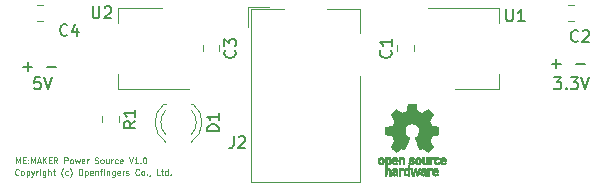
<source format=gbr>
G04 #@! TF.GenerationSoftware,KiCad,Pcbnew,(5.1.4)-1*
G04 #@! TF.CreationDate,2019-09-27T14:23:11+09:00*
G04 #@! TF.ProjectId,project 02,70726f6a-6563-4742-9030-322e6b696361,1*
G04 #@! TF.SameCoordinates,Original*
G04 #@! TF.FileFunction,Legend,Top*
G04 #@! TF.FilePolarity,Positive*
%FSLAX46Y46*%
G04 Gerber Fmt 4.6, Leading zero omitted, Abs format (unit mm)*
G04 Created by KiCad (PCBNEW (5.1.4)-1) date 2019-09-27 14:23:11*
%MOMM*%
%LPD*%
G04 APERTURE LIST*
%ADD10C,0.100000*%
%ADD11C,0.150000*%
%ADD12C,0.010000*%
%ADD13C,0.120000*%
G04 APERTURE END LIST*
D10*
X105714285Y-50678571D02*
X105690476Y-50702380D01*
X105619047Y-50726190D01*
X105571428Y-50726190D01*
X105500000Y-50702380D01*
X105452380Y-50654761D01*
X105428571Y-50607142D01*
X105404761Y-50511904D01*
X105404761Y-50440476D01*
X105428571Y-50345238D01*
X105452380Y-50297619D01*
X105500000Y-50250000D01*
X105571428Y-50226190D01*
X105619047Y-50226190D01*
X105690476Y-50250000D01*
X105714285Y-50273809D01*
X106000000Y-50726190D02*
X105952380Y-50702380D01*
X105928571Y-50678571D01*
X105904761Y-50630952D01*
X105904761Y-50488095D01*
X105928571Y-50440476D01*
X105952380Y-50416666D01*
X106000000Y-50392857D01*
X106071428Y-50392857D01*
X106119047Y-50416666D01*
X106142857Y-50440476D01*
X106166666Y-50488095D01*
X106166666Y-50630952D01*
X106142857Y-50678571D01*
X106119047Y-50702380D01*
X106071428Y-50726190D01*
X106000000Y-50726190D01*
X106380952Y-50392857D02*
X106380952Y-50892857D01*
X106380952Y-50416666D02*
X106428571Y-50392857D01*
X106523809Y-50392857D01*
X106571428Y-50416666D01*
X106595238Y-50440476D01*
X106619047Y-50488095D01*
X106619047Y-50630952D01*
X106595238Y-50678571D01*
X106571428Y-50702380D01*
X106523809Y-50726190D01*
X106428571Y-50726190D01*
X106380952Y-50702380D01*
X106785714Y-50392857D02*
X106904761Y-50726190D01*
X107023809Y-50392857D02*
X106904761Y-50726190D01*
X106857142Y-50845238D01*
X106833333Y-50869047D01*
X106785714Y-50892857D01*
X107214285Y-50726190D02*
X107214285Y-50392857D01*
X107214285Y-50488095D02*
X107238095Y-50440476D01*
X107261904Y-50416666D01*
X107309523Y-50392857D01*
X107357142Y-50392857D01*
X107523809Y-50726190D02*
X107523809Y-50392857D01*
X107523809Y-50226190D02*
X107500000Y-50250000D01*
X107523809Y-50273809D01*
X107547619Y-50250000D01*
X107523809Y-50226190D01*
X107523809Y-50273809D01*
X107976190Y-50392857D02*
X107976190Y-50797619D01*
X107952380Y-50845238D01*
X107928571Y-50869047D01*
X107880952Y-50892857D01*
X107809523Y-50892857D01*
X107761904Y-50869047D01*
X107976190Y-50702380D02*
X107928571Y-50726190D01*
X107833333Y-50726190D01*
X107785714Y-50702380D01*
X107761904Y-50678571D01*
X107738095Y-50630952D01*
X107738095Y-50488095D01*
X107761904Y-50440476D01*
X107785714Y-50416666D01*
X107833333Y-50392857D01*
X107928571Y-50392857D01*
X107976190Y-50416666D01*
X108214285Y-50726190D02*
X108214285Y-50226190D01*
X108428571Y-50726190D02*
X108428571Y-50464285D01*
X108404761Y-50416666D01*
X108357142Y-50392857D01*
X108285714Y-50392857D01*
X108238095Y-50416666D01*
X108214285Y-50440476D01*
X108595238Y-50392857D02*
X108785714Y-50392857D01*
X108666666Y-50226190D02*
X108666666Y-50654761D01*
X108690476Y-50702380D01*
X108738095Y-50726190D01*
X108785714Y-50726190D01*
X109476190Y-50916666D02*
X109452380Y-50892857D01*
X109404761Y-50821428D01*
X109380952Y-50773809D01*
X109357142Y-50702380D01*
X109333333Y-50583333D01*
X109333333Y-50488095D01*
X109357142Y-50369047D01*
X109380952Y-50297619D01*
X109404761Y-50250000D01*
X109452380Y-50178571D01*
X109476190Y-50154761D01*
X109880952Y-50702380D02*
X109833333Y-50726190D01*
X109738095Y-50726190D01*
X109690476Y-50702380D01*
X109666666Y-50678571D01*
X109642857Y-50630952D01*
X109642857Y-50488095D01*
X109666666Y-50440476D01*
X109690476Y-50416666D01*
X109738095Y-50392857D01*
X109833333Y-50392857D01*
X109880952Y-50416666D01*
X110047619Y-50916666D02*
X110071428Y-50892857D01*
X110119047Y-50821428D01*
X110142857Y-50773809D01*
X110166666Y-50702380D01*
X110190476Y-50583333D01*
X110190476Y-50488095D01*
X110166666Y-50369047D01*
X110142857Y-50297619D01*
X110119047Y-50250000D01*
X110071428Y-50178571D01*
X110047619Y-50154761D01*
X110904761Y-50226190D02*
X111000000Y-50226190D01*
X111047619Y-50250000D01*
X111095238Y-50297619D01*
X111119047Y-50392857D01*
X111119047Y-50559523D01*
X111095238Y-50654761D01*
X111047619Y-50702380D01*
X111000000Y-50726190D01*
X110904761Y-50726190D01*
X110857142Y-50702380D01*
X110809523Y-50654761D01*
X110785714Y-50559523D01*
X110785714Y-50392857D01*
X110809523Y-50297619D01*
X110857142Y-50250000D01*
X110904761Y-50226190D01*
X111333333Y-50392857D02*
X111333333Y-50892857D01*
X111333333Y-50416666D02*
X111380952Y-50392857D01*
X111476190Y-50392857D01*
X111523809Y-50416666D01*
X111547619Y-50440476D01*
X111571428Y-50488095D01*
X111571428Y-50630952D01*
X111547619Y-50678571D01*
X111523809Y-50702380D01*
X111476190Y-50726190D01*
X111380952Y-50726190D01*
X111333333Y-50702380D01*
X111976190Y-50702380D02*
X111928571Y-50726190D01*
X111833333Y-50726190D01*
X111785714Y-50702380D01*
X111761904Y-50654761D01*
X111761904Y-50464285D01*
X111785714Y-50416666D01*
X111833333Y-50392857D01*
X111928571Y-50392857D01*
X111976190Y-50416666D01*
X112000000Y-50464285D01*
X112000000Y-50511904D01*
X111761904Y-50559523D01*
X112214285Y-50392857D02*
X112214285Y-50726190D01*
X112214285Y-50440476D02*
X112238095Y-50416666D01*
X112285714Y-50392857D01*
X112357142Y-50392857D01*
X112404761Y-50416666D01*
X112428571Y-50464285D01*
X112428571Y-50726190D01*
X112595238Y-50392857D02*
X112785714Y-50392857D01*
X112666666Y-50726190D02*
X112666666Y-50297619D01*
X112690476Y-50250000D01*
X112738095Y-50226190D01*
X112785714Y-50226190D01*
X112952380Y-50726190D02*
X112952380Y-50392857D01*
X112952380Y-50226190D02*
X112928571Y-50250000D01*
X112952380Y-50273809D01*
X112976190Y-50250000D01*
X112952380Y-50226190D01*
X112952380Y-50273809D01*
X113190476Y-50392857D02*
X113190476Y-50726190D01*
X113190476Y-50440476D02*
X113214285Y-50416666D01*
X113261904Y-50392857D01*
X113333333Y-50392857D01*
X113380952Y-50416666D01*
X113404761Y-50464285D01*
X113404761Y-50726190D01*
X113857142Y-50392857D02*
X113857142Y-50797619D01*
X113833333Y-50845238D01*
X113809523Y-50869047D01*
X113761904Y-50892857D01*
X113690476Y-50892857D01*
X113642857Y-50869047D01*
X113857142Y-50702380D02*
X113809523Y-50726190D01*
X113714285Y-50726190D01*
X113666666Y-50702380D01*
X113642857Y-50678571D01*
X113619047Y-50630952D01*
X113619047Y-50488095D01*
X113642857Y-50440476D01*
X113666666Y-50416666D01*
X113714285Y-50392857D01*
X113809523Y-50392857D01*
X113857142Y-50416666D01*
X114285714Y-50702380D02*
X114238095Y-50726190D01*
X114142857Y-50726190D01*
X114095238Y-50702380D01*
X114071428Y-50654761D01*
X114071428Y-50464285D01*
X114095238Y-50416666D01*
X114142857Y-50392857D01*
X114238095Y-50392857D01*
X114285714Y-50416666D01*
X114309523Y-50464285D01*
X114309523Y-50511904D01*
X114071428Y-50559523D01*
X114523809Y-50726190D02*
X114523809Y-50392857D01*
X114523809Y-50488095D02*
X114547619Y-50440476D01*
X114571428Y-50416666D01*
X114619047Y-50392857D01*
X114666666Y-50392857D01*
X114809523Y-50702380D02*
X114857142Y-50726190D01*
X114952380Y-50726190D01*
X115000000Y-50702380D01*
X115023809Y-50654761D01*
X115023809Y-50630952D01*
X115000000Y-50583333D01*
X114952380Y-50559523D01*
X114880952Y-50559523D01*
X114833333Y-50535714D01*
X114809523Y-50488095D01*
X114809523Y-50464285D01*
X114833333Y-50416666D01*
X114880952Y-50392857D01*
X114952380Y-50392857D01*
X115000000Y-50416666D01*
X115904761Y-50678571D02*
X115880952Y-50702380D01*
X115809523Y-50726190D01*
X115761904Y-50726190D01*
X115690476Y-50702380D01*
X115642857Y-50654761D01*
X115619047Y-50607142D01*
X115595238Y-50511904D01*
X115595238Y-50440476D01*
X115619047Y-50345238D01*
X115642857Y-50297619D01*
X115690476Y-50250000D01*
X115761904Y-50226190D01*
X115809523Y-50226190D01*
X115880952Y-50250000D01*
X115904761Y-50273809D01*
X116190476Y-50726190D02*
X116142857Y-50702380D01*
X116119047Y-50678571D01*
X116095238Y-50630952D01*
X116095238Y-50488095D01*
X116119047Y-50440476D01*
X116142857Y-50416666D01*
X116190476Y-50392857D01*
X116261904Y-50392857D01*
X116309523Y-50416666D01*
X116333333Y-50440476D01*
X116357142Y-50488095D01*
X116357142Y-50630952D01*
X116333333Y-50678571D01*
X116309523Y-50702380D01*
X116261904Y-50726190D01*
X116190476Y-50726190D01*
X116571428Y-50678571D02*
X116595238Y-50702380D01*
X116571428Y-50726190D01*
X116547619Y-50702380D01*
X116571428Y-50678571D01*
X116571428Y-50726190D01*
X116833333Y-50702380D02*
X116833333Y-50726190D01*
X116809523Y-50773809D01*
X116785714Y-50797619D01*
X117666666Y-50726190D02*
X117428571Y-50726190D01*
X117428571Y-50226190D01*
X117761904Y-50392857D02*
X117952380Y-50392857D01*
X117833333Y-50226190D02*
X117833333Y-50654761D01*
X117857142Y-50702380D01*
X117904761Y-50726190D01*
X117952380Y-50726190D01*
X118333333Y-50726190D02*
X118333333Y-50226190D01*
X118333333Y-50702380D02*
X118285714Y-50726190D01*
X118190476Y-50726190D01*
X118142857Y-50702380D01*
X118119047Y-50678571D01*
X118095238Y-50630952D01*
X118095238Y-50488095D01*
X118119047Y-50440476D01*
X118142857Y-50416666D01*
X118190476Y-50392857D01*
X118285714Y-50392857D01*
X118333333Y-50416666D01*
X118571428Y-50678571D02*
X118595238Y-50702380D01*
X118571428Y-50726190D01*
X118547619Y-50702380D01*
X118571428Y-50678571D01*
X118571428Y-50726190D01*
X105500000Y-49726190D02*
X105500000Y-49226190D01*
X105666666Y-49583333D01*
X105833333Y-49226190D01*
X105833333Y-49726190D01*
X106071428Y-49464285D02*
X106238095Y-49464285D01*
X106309523Y-49726190D02*
X106071428Y-49726190D01*
X106071428Y-49226190D01*
X106309523Y-49226190D01*
X106523809Y-49678571D02*
X106547619Y-49702380D01*
X106523809Y-49726190D01*
X106500000Y-49702380D01*
X106523809Y-49678571D01*
X106523809Y-49726190D01*
X106523809Y-49416666D02*
X106547619Y-49440476D01*
X106523809Y-49464285D01*
X106500000Y-49440476D01*
X106523809Y-49416666D01*
X106523809Y-49464285D01*
X106761904Y-49726190D02*
X106761904Y-49226190D01*
X106928571Y-49583333D01*
X107095238Y-49226190D01*
X107095238Y-49726190D01*
X107309523Y-49583333D02*
X107547619Y-49583333D01*
X107261904Y-49726190D02*
X107428571Y-49226190D01*
X107595238Y-49726190D01*
X107761904Y-49726190D02*
X107761904Y-49226190D01*
X108047619Y-49726190D02*
X107833333Y-49440476D01*
X108047619Y-49226190D02*
X107761904Y-49511904D01*
X108261904Y-49464285D02*
X108428571Y-49464285D01*
X108500000Y-49726190D02*
X108261904Y-49726190D01*
X108261904Y-49226190D01*
X108500000Y-49226190D01*
X109000000Y-49726190D02*
X108833333Y-49488095D01*
X108714285Y-49726190D02*
X108714285Y-49226190D01*
X108904761Y-49226190D01*
X108952380Y-49250000D01*
X108976190Y-49273809D01*
X109000000Y-49321428D01*
X109000000Y-49392857D01*
X108976190Y-49440476D01*
X108952380Y-49464285D01*
X108904761Y-49488095D01*
X108714285Y-49488095D01*
X109595238Y-49726190D02*
X109595238Y-49226190D01*
X109785714Y-49226190D01*
X109833333Y-49250000D01*
X109857142Y-49273809D01*
X109880952Y-49321428D01*
X109880952Y-49392857D01*
X109857142Y-49440476D01*
X109833333Y-49464285D01*
X109785714Y-49488095D01*
X109595238Y-49488095D01*
X110166666Y-49726190D02*
X110119047Y-49702380D01*
X110095238Y-49678571D01*
X110071428Y-49630952D01*
X110071428Y-49488095D01*
X110095238Y-49440476D01*
X110119047Y-49416666D01*
X110166666Y-49392857D01*
X110238095Y-49392857D01*
X110285714Y-49416666D01*
X110309523Y-49440476D01*
X110333333Y-49488095D01*
X110333333Y-49630952D01*
X110309523Y-49678571D01*
X110285714Y-49702380D01*
X110238095Y-49726190D01*
X110166666Y-49726190D01*
X110500000Y-49392857D02*
X110595238Y-49726190D01*
X110690476Y-49488095D01*
X110785714Y-49726190D01*
X110880952Y-49392857D01*
X111261904Y-49702380D02*
X111214285Y-49726190D01*
X111119047Y-49726190D01*
X111071428Y-49702380D01*
X111047619Y-49654761D01*
X111047619Y-49464285D01*
X111071428Y-49416666D01*
X111119047Y-49392857D01*
X111214285Y-49392857D01*
X111261904Y-49416666D01*
X111285714Y-49464285D01*
X111285714Y-49511904D01*
X111047619Y-49559523D01*
X111500000Y-49726190D02*
X111500000Y-49392857D01*
X111500000Y-49488095D02*
X111523809Y-49440476D01*
X111547619Y-49416666D01*
X111595238Y-49392857D01*
X111642857Y-49392857D01*
X112166666Y-49702380D02*
X112238095Y-49726190D01*
X112357142Y-49726190D01*
X112404761Y-49702380D01*
X112428571Y-49678571D01*
X112452380Y-49630952D01*
X112452380Y-49583333D01*
X112428571Y-49535714D01*
X112404761Y-49511904D01*
X112357142Y-49488095D01*
X112261904Y-49464285D01*
X112214285Y-49440476D01*
X112190476Y-49416666D01*
X112166666Y-49369047D01*
X112166666Y-49321428D01*
X112190476Y-49273809D01*
X112214285Y-49250000D01*
X112261904Y-49226190D01*
X112380952Y-49226190D01*
X112452380Y-49250000D01*
X112738095Y-49726190D02*
X112690476Y-49702380D01*
X112666666Y-49678571D01*
X112642857Y-49630952D01*
X112642857Y-49488095D01*
X112666666Y-49440476D01*
X112690476Y-49416666D01*
X112738095Y-49392857D01*
X112809523Y-49392857D01*
X112857142Y-49416666D01*
X112880952Y-49440476D01*
X112904761Y-49488095D01*
X112904761Y-49630952D01*
X112880952Y-49678571D01*
X112857142Y-49702380D01*
X112809523Y-49726190D01*
X112738095Y-49726190D01*
X113333333Y-49392857D02*
X113333333Y-49726190D01*
X113119047Y-49392857D02*
X113119047Y-49654761D01*
X113142857Y-49702380D01*
X113190476Y-49726190D01*
X113261904Y-49726190D01*
X113309523Y-49702380D01*
X113333333Y-49678571D01*
X113571428Y-49726190D02*
X113571428Y-49392857D01*
X113571428Y-49488095D02*
X113595238Y-49440476D01*
X113619047Y-49416666D01*
X113666666Y-49392857D01*
X113714285Y-49392857D01*
X114095238Y-49702380D02*
X114047619Y-49726190D01*
X113952380Y-49726190D01*
X113904761Y-49702380D01*
X113880952Y-49678571D01*
X113857142Y-49630952D01*
X113857142Y-49488095D01*
X113880952Y-49440476D01*
X113904761Y-49416666D01*
X113952380Y-49392857D01*
X114047619Y-49392857D01*
X114095238Y-49416666D01*
X114500000Y-49702380D02*
X114452380Y-49726190D01*
X114357142Y-49726190D01*
X114309523Y-49702380D01*
X114285714Y-49654761D01*
X114285714Y-49464285D01*
X114309523Y-49416666D01*
X114357142Y-49392857D01*
X114452380Y-49392857D01*
X114500000Y-49416666D01*
X114523809Y-49464285D01*
X114523809Y-49511904D01*
X114285714Y-49559523D01*
X115047619Y-49226190D02*
X115214285Y-49726190D01*
X115380952Y-49226190D01*
X115809523Y-49726190D02*
X115523809Y-49726190D01*
X115666666Y-49726190D02*
X115666666Y-49226190D01*
X115619047Y-49297619D01*
X115571428Y-49345238D01*
X115523809Y-49369047D01*
X116023809Y-49678571D02*
X116047619Y-49702380D01*
X116023809Y-49726190D01*
X116000000Y-49702380D01*
X116023809Y-49678571D01*
X116023809Y-49726190D01*
X116357142Y-49226190D02*
X116404761Y-49226190D01*
X116452380Y-49250000D01*
X116476190Y-49273809D01*
X116500000Y-49321428D01*
X116523809Y-49416666D01*
X116523809Y-49535714D01*
X116500000Y-49630952D01*
X116476190Y-49678571D01*
X116452380Y-49702380D01*
X116404761Y-49726190D01*
X116357142Y-49726190D01*
X116309523Y-49702380D01*
X116285714Y-49678571D01*
X116261904Y-49630952D01*
X116238095Y-49535714D01*
X116238095Y-49416666D01*
X116261904Y-49321428D01*
X116285714Y-49273809D01*
X116309523Y-49250000D01*
X116357142Y-49226190D01*
D11*
X106119047Y-41571428D02*
X106880952Y-41571428D01*
X106500000Y-41952380D02*
X106500000Y-41190476D01*
X108119047Y-41571428D02*
X108880952Y-41571428D01*
X150869047Y-41321428D02*
X151630952Y-41321428D01*
X151250000Y-41702380D02*
X151250000Y-40940476D01*
X152869047Y-41321428D02*
X153630952Y-41321428D01*
X107559523Y-42452380D02*
X107083333Y-42452380D01*
X107035714Y-42928571D01*
X107083333Y-42880952D01*
X107178571Y-42833333D01*
X107416666Y-42833333D01*
X107511904Y-42880952D01*
X107559523Y-42928571D01*
X107607142Y-43023809D01*
X107607142Y-43261904D01*
X107559523Y-43357142D01*
X107511904Y-43404761D01*
X107416666Y-43452380D01*
X107178571Y-43452380D01*
X107083333Y-43404761D01*
X107035714Y-43357142D01*
X107892857Y-42452380D02*
X108226190Y-43452380D01*
X108559523Y-42452380D01*
X151023809Y-42452380D02*
X151642857Y-42452380D01*
X151309523Y-42833333D01*
X151452380Y-42833333D01*
X151547619Y-42880952D01*
X151595238Y-42928571D01*
X151642857Y-43023809D01*
X151642857Y-43261904D01*
X151595238Y-43357142D01*
X151547619Y-43404761D01*
X151452380Y-43452380D01*
X151166666Y-43452380D01*
X151071428Y-43404761D01*
X151023809Y-43357142D01*
X152071428Y-43357142D02*
X152119047Y-43404761D01*
X152071428Y-43452380D01*
X152023809Y-43404761D01*
X152071428Y-43357142D01*
X152071428Y-43452380D01*
X152452380Y-42452380D02*
X153071428Y-42452380D01*
X152738095Y-42833333D01*
X152880952Y-42833333D01*
X152976190Y-42880952D01*
X153023809Y-42928571D01*
X153071428Y-43023809D01*
X153071428Y-43261904D01*
X153023809Y-43357142D01*
X152976190Y-43404761D01*
X152880952Y-43452380D01*
X152595238Y-43452380D01*
X152500000Y-43404761D01*
X152452380Y-43357142D01*
X153357142Y-42452380D02*
X153690476Y-43452380D01*
X154023809Y-42452380D01*
D12*
G36*
X139376964Y-45040018D02*
G01*
X139433812Y-45341570D01*
X139853338Y-45514512D01*
X140104984Y-45343395D01*
X140175458Y-45295750D01*
X140239163Y-45253210D01*
X140293126Y-45217715D01*
X140334373Y-45191210D01*
X140359934Y-45175636D01*
X140366895Y-45172278D01*
X140379435Y-45180914D01*
X140406231Y-45204792D01*
X140444280Y-45240859D01*
X140490579Y-45286067D01*
X140542123Y-45337364D01*
X140595909Y-45391701D01*
X140648935Y-45446028D01*
X140698195Y-45497295D01*
X140740687Y-45542451D01*
X140773407Y-45578446D01*
X140793351Y-45602230D01*
X140798119Y-45610190D01*
X140791257Y-45624865D01*
X140772020Y-45657014D01*
X140742430Y-45703492D01*
X140704510Y-45761156D01*
X140660282Y-45826860D01*
X140634654Y-45864336D01*
X140587941Y-45932768D01*
X140546432Y-45994520D01*
X140512140Y-46046519D01*
X140487080Y-46085692D01*
X140473264Y-46108965D01*
X140471188Y-46113855D01*
X140475895Y-46127755D01*
X140488723Y-46160150D01*
X140507738Y-46206485D01*
X140531003Y-46262206D01*
X140556584Y-46322758D01*
X140582545Y-46383586D01*
X140606950Y-46440136D01*
X140627863Y-46487852D01*
X140643349Y-46522181D01*
X140651472Y-46538568D01*
X140651952Y-46539212D01*
X140664707Y-46542341D01*
X140698677Y-46549321D01*
X140750340Y-46559467D01*
X140816176Y-46572092D01*
X140892664Y-46586509D01*
X140937290Y-46594823D01*
X141019021Y-46610384D01*
X141092843Y-46625192D01*
X141155021Y-46638436D01*
X141201822Y-46649305D01*
X141229509Y-46656989D01*
X141235074Y-46659427D01*
X141240526Y-46675930D01*
X141244924Y-46713200D01*
X141248272Y-46766880D01*
X141250574Y-46832612D01*
X141251832Y-46906037D01*
X141252048Y-46982796D01*
X141251227Y-47058532D01*
X141249371Y-47128886D01*
X141246482Y-47189500D01*
X141242565Y-47236016D01*
X141237622Y-47264075D01*
X141234657Y-47269916D01*
X141216934Y-47276917D01*
X141179381Y-47286927D01*
X141126964Y-47298769D01*
X141064652Y-47311267D01*
X141042900Y-47315310D01*
X140938024Y-47334520D01*
X140855180Y-47349991D01*
X140791630Y-47362337D01*
X140744637Y-47372173D01*
X140711463Y-47380114D01*
X140689371Y-47386776D01*
X140675624Y-47392773D01*
X140667484Y-47398719D01*
X140666345Y-47399894D01*
X140654977Y-47418826D01*
X140637635Y-47455669D01*
X140616050Y-47505913D01*
X140591954Y-47565046D01*
X140567079Y-47628556D01*
X140543157Y-47691932D01*
X140521919Y-47750662D01*
X140505097Y-47800235D01*
X140494422Y-47836139D01*
X140491627Y-47853862D01*
X140491860Y-47854483D01*
X140501331Y-47868970D01*
X140522818Y-47900844D01*
X140554063Y-47946789D01*
X140592807Y-48003485D01*
X140636793Y-48067617D01*
X140649319Y-48085842D01*
X140693984Y-48151914D01*
X140733288Y-48212200D01*
X140765088Y-48263235D01*
X140787245Y-48301560D01*
X140797617Y-48323711D01*
X140798119Y-48326432D01*
X140789405Y-48340736D01*
X140765325Y-48369072D01*
X140728976Y-48408396D01*
X140683453Y-48455661D01*
X140631852Y-48507823D01*
X140577267Y-48561835D01*
X140522794Y-48614653D01*
X140471529Y-48663231D01*
X140426567Y-48704523D01*
X140391004Y-48735485D01*
X140367935Y-48753070D01*
X140361554Y-48755941D01*
X140346699Y-48749178D01*
X140316286Y-48730939D01*
X140275268Y-48704297D01*
X140243709Y-48682852D01*
X140186525Y-48643503D01*
X140118806Y-48597171D01*
X140050880Y-48550913D01*
X140014361Y-48526155D01*
X139890752Y-48442547D01*
X139786991Y-48498650D01*
X139739720Y-48523228D01*
X139699523Y-48542331D01*
X139672326Y-48553227D01*
X139665402Y-48554743D01*
X139657077Y-48543549D01*
X139640654Y-48511917D01*
X139617357Y-48462765D01*
X139588414Y-48399010D01*
X139555050Y-48323571D01*
X139518491Y-48239364D01*
X139479964Y-48149308D01*
X139440694Y-48056321D01*
X139401908Y-47963320D01*
X139364830Y-47873223D01*
X139330689Y-47788948D01*
X139300708Y-47713413D01*
X139276116Y-47649534D01*
X139258136Y-47600231D01*
X139247997Y-47568421D01*
X139246366Y-47557496D01*
X139259291Y-47543561D01*
X139287589Y-47520940D01*
X139325346Y-47494333D01*
X139328515Y-47492228D01*
X139426100Y-47414114D01*
X139504786Y-47322982D01*
X139563891Y-47221745D01*
X139602732Y-47113318D01*
X139620628Y-47000614D01*
X139616897Y-46886548D01*
X139590857Y-46774034D01*
X139541825Y-46665985D01*
X139527400Y-46642345D01*
X139452369Y-46546887D01*
X139363730Y-46470232D01*
X139264549Y-46412780D01*
X139157895Y-46374929D01*
X139046836Y-46357078D01*
X138934439Y-46359625D01*
X138823773Y-46382970D01*
X138717906Y-46427510D01*
X138619905Y-46493645D01*
X138589590Y-46520487D01*
X138512438Y-46604512D01*
X138456218Y-46692966D01*
X138417653Y-46792115D01*
X138396174Y-46890303D01*
X138390872Y-47000697D01*
X138408552Y-47111640D01*
X138447419Y-47219381D01*
X138505677Y-47320169D01*
X138581531Y-47410256D01*
X138673183Y-47485892D01*
X138685228Y-47493864D01*
X138723389Y-47519974D01*
X138752399Y-47542595D01*
X138766268Y-47557039D01*
X138766469Y-47557496D01*
X138763492Y-47573121D01*
X138751689Y-47608582D01*
X138732286Y-47660962D01*
X138706512Y-47727345D01*
X138675591Y-47804814D01*
X138640751Y-47890450D01*
X138603217Y-47981337D01*
X138564217Y-48074559D01*
X138524977Y-48167197D01*
X138486724Y-48256335D01*
X138450683Y-48339055D01*
X138418083Y-48412441D01*
X138390148Y-48473575D01*
X138368105Y-48519541D01*
X138353182Y-48547421D01*
X138347172Y-48554743D01*
X138328809Y-48549041D01*
X138294448Y-48533749D01*
X138250016Y-48511599D01*
X138225583Y-48498650D01*
X138121822Y-48442547D01*
X137998213Y-48526155D01*
X137935114Y-48568987D01*
X137866030Y-48616122D01*
X137801293Y-48660503D01*
X137768866Y-48682852D01*
X137723259Y-48713477D01*
X137684640Y-48737747D01*
X137658048Y-48752587D01*
X137649410Y-48755724D01*
X137636839Y-48747261D01*
X137609016Y-48723636D01*
X137568639Y-48687302D01*
X137518405Y-48640711D01*
X137461012Y-48586317D01*
X137424714Y-48551392D01*
X137361210Y-48488996D01*
X137306327Y-48433188D01*
X137262286Y-48386354D01*
X137231305Y-48350882D01*
X137215602Y-48329161D01*
X137214095Y-48324752D01*
X137221086Y-48307985D01*
X137240406Y-48274082D01*
X137269909Y-48226476D01*
X137307455Y-48168599D01*
X137350900Y-48103884D01*
X137363255Y-48085842D01*
X137408273Y-48020267D01*
X137448660Y-47961228D01*
X137482160Y-47912042D01*
X137506514Y-47876028D01*
X137519464Y-47856502D01*
X137520715Y-47854483D01*
X137518844Y-47838922D01*
X137508913Y-47804709D01*
X137492653Y-47756355D01*
X137471795Y-47698371D01*
X137448073Y-47635270D01*
X137423216Y-47571563D01*
X137398958Y-47511761D01*
X137377029Y-47460376D01*
X137359162Y-47421919D01*
X137347087Y-47400902D01*
X137346229Y-47399894D01*
X137338846Y-47393888D01*
X137326375Y-47387948D01*
X137306080Y-47381460D01*
X137275222Y-47373809D01*
X137231066Y-47364380D01*
X137170874Y-47352559D01*
X137091907Y-47337729D01*
X136991430Y-47319277D01*
X136969675Y-47315310D01*
X136905198Y-47302853D01*
X136848989Y-47290666D01*
X136806013Y-47279926D01*
X136781240Y-47271809D01*
X136777918Y-47269916D01*
X136772444Y-47253138D01*
X136767994Y-47215645D01*
X136764572Y-47161794D01*
X136762181Y-47095944D01*
X136760823Y-47022453D01*
X136760501Y-46945680D01*
X136761219Y-46869983D01*
X136762979Y-46799720D01*
X136765784Y-46739250D01*
X136769638Y-46692930D01*
X136774543Y-46665119D01*
X136777500Y-46659427D01*
X136793963Y-46653686D01*
X136831449Y-46644345D01*
X136886225Y-46632215D01*
X136954555Y-46618107D01*
X137032706Y-46602830D01*
X137075284Y-46594823D01*
X137156071Y-46579721D01*
X137228113Y-46566040D01*
X137287889Y-46554467D01*
X137331879Y-46545687D01*
X137356561Y-46540387D01*
X137360623Y-46539212D01*
X137367489Y-46525965D01*
X137382002Y-46494057D01*
X137402229Y-46448047D01*
X137426234Y-46392492D01*
X137452082Y-46331953D01*
X137477840Y-46270986D01*
X137501573Y-46214151D01*
X137521346Y-46166006D01*
X137535224Y-46131110D01*
X137541274Y-46114021D01*
X137541386Y-46113274D01*
X137534528Y-46099793D01*
X137515302Y-46068770D01*
X137485728Y-46023289D01*
X137447827Y-45966432D01*
X137403620Y-45901283D01*
X137377921Y-45863862D01*
X137331093Y-45795247D01*
X137289501Y-45732952D01*
X137255175Y-45680129D01*
X137230143Y-45639927D01*
X137216435Y-45615500D01*
X137214456Y-45610024D01*
X137222966Y-45597278D01*
X137246493Y-45570063D01*
X137282032Y-45531428D01*
X137326577Y-45484423D01*
X137377123Y-45432095D01*
X137430664Y-45377495D01*
X137484195Y-45323670D01*
X137534711Y-45273670D01*
X137579206Y-45230543D01*
X137614675Y-45197339D01*
X137638113Y-45177106D01*
X137645954Y-45172278D01*
X137658720Y-45179067D01*
X137689256Y-45198142D01*
X137734590Y-45227561D01*
X137791756Y-45265381D01*
X137857784Y-45309661D01*
X137907590Y-45343395D01*
X138159236Y-45514512D01*
X138368999Y-45428041D01*
X138578763Y-45341570D01*
X138635611Y-45040018D01*
X138692460Y-44738466D01*
X139320115Y-44738466D01*
X139376964Y-45040018D01*
X139376964Y-45040018D01*
G37*
X139376964Y-45040018D02*
X139433812Y-45341570D01*
X139853338Y-45514512D01*
X140104984Y-45343395D01*
X140175458Y-45295750D01*
X140239163Y-45253210D01*
X140293126Y-45217715D01*
X140334373Y-45191210D01*
X140359934Y-45175636D01*
X140366895Y-45172278D01*
X140379435Y-45180914D01*
X140406231Y-45204792D01*
X140444280Y-45240859D01*
X140490579Y-45286067D01*
X140542123Y-45337364D01*
X140595909Y-45391701D01*
X140648935Y-45446028D01*
X140698195Y-45497295D01*
X140740687Y-45542451D01*
X140773407Y-45578446D01*
X140793351Y-45602230D01*
X140798119Y-45610190D01*
X140791257Y-45624865D01*
X140772020Y-45657014D01*
X140742430Y-45703492D01*
X140704510Y-45761156D01*
X140660282Y-45826860D01*
X140634654Y-45864336D01*
X140587941Y-45932768D01*
X140546432Y-45994520D01*
X140512140Y-46046519D01*
X140487080Y-46085692D01*
X140473264Y-46108965D01*
X140471188Y-46113855D01*
X140475895Y-46127755D01*
X140488723Y-46160150D01*
X140507738Y-46206485D01*
X140531003Y-46262206D01*
X140556584Y-46322758D01*
X140582545Y-46383586D01*
X140606950Y-46440136D01*
X140627863Y-46487852D01*
X140643349Y-46522181D01*
X140651472Y-46538568D01*
X140651952Y-46539212D01*
X140664707Y-46542341D01*
X140698677Y-46549321D01*
X140750340Y-46559467D01*
X140816176Y-46572092D01*
X140892664Y-46586509D01*
X140937290Y-46594823D01*
X141019021Y-46610384D01*
X141092843Y-46625192D01*
X141155021Y-46638436D01*
X141201822Y-46649305D01*
X141229509Y-46656989D01*
X141235074Y-46659427D01*
X141240526Y-46675930D01*
X141244924Y-46713200D01*
X141248272Y-46766880D01*
X141250574Y-46832612D01*
X141251832Y-46906037D01*
X141252048Y-46982796D01*
X141251227Y-47058532D01*
X141249371Y-47128886D01*
X141246482Y-47189500D01*
X141242565Y-47236016D01*
X141237622Y-47264075D01*
X141234657Y-47269916D01*
X141216934Y-47276917D01*
X141179381Y-47286927D01*
X141126964Y-47298769D01*
X141064652Y-47311267D01*
X141042900Y-47315310D01*
X140938024Y-47334520D01*
X140855180Y-47349991D01*
X140791630Y-47362337D01*
X140744637Y-47372173D01*
X140711463Y-47380114D01*
X140689371Y-47386776D01*
X140675624Y-47392773D01*
X140667484Y-47398719D01*
X140666345Y-47399894D01*
X140654977Y-47418826D01*
X140637635Y-47455669D01*
X140616050Y-47505913D01*
X140591954Y-47565046D01*
X140567079Y-47628556D01*
X140543157Y-47691932D01*
X140521919Y-47750662D01*
X140505097Y-47800235D01*
X140494422Y-47836139D01*
X140491627Y-47853862D01*
X140491860Y-47854483D01*
X140501331Y-47868970D01*
X140522818Y-47900844D01*
X140554063Y-47946789D01*
X140592807Y-48003485D01*
X140636793Y-48067617D01*
X140649319Y-48085842D01*
X140693984Y-48151914D01*
X140733288Y-48212200D01*
X140765088Y-48263235D01*
X140787245Y-48301560D01*
X140797617Y-48323711D01*
X140798119Y-48326432D01*
X140789405Y-48340736D01*
X140765325Y-48369072D01*
X140728976Y-48408396D01*
X140683453Y-48455661D01*
X140631852Y-48507823D01*
X140577267Y-48561835D01*
X140522794Y-48614653D01*
X140471529Y-48663231D01*
X140426567Y-48704523D01*
X140391004Y-48735485D01*
X140367935Y-48753070D01*
X140361554Y-48755941D01*
X140346699Y-48749178D01*
X140316286Y-48730939D01*
X140275268Y-48704297D01*
X140243709Y-48682852D01*
X140186525Y-48643503D01*
X140118806Y-48597171D01*
X140050880Y-48550913D01*
X140014361Y-48526155D01*
X139890752Y-48442547D01*
X139786991Y-48498650D01*
X139739720Y-48523228D01*
X139699523Y-48542331D01*
X139672326Y-48553227D01*
X139665402Y-48554743D01*
X139657077Y-48543549D01*
X139640654Y-48511917D01*
X139617357Y-48462765D01*
X139588414Y-48399010D01*
X139555050Y-48323571D01*
X139518491Y-48239364D01*
X139479964Y-48149308D01*
X139440694Y-48056321D01*
X139401908Y-47963320D01*
X139364830Y-47873223D01*
X139330689Y-47788948D01*
X139300708Y-47713413D01*
X139276116Y-47649534D01*
X139258136Y-47600231D01*
X139247997Y-47568421D01*
X139246366Y-47557496D01*
X139259291Y-47543561D01*
X139287589Y-47520940D01*
X139325346Y-47494333D01*
X139328515Y-47492228D01*
X139426100Y-47414114D01*
X139504786Y-47322982D01*
X139563891Y-47221745D01*
X139602732Y-47113318D01*
X139620628Y-47000614D01*
X139616897Y-46886548D01*
X139590857Y-46774034D01*
X139541825Y-46665985D01*
X139527400Y-46642345D01*
X139452369Y-46546887D01*
X139363730Y-46470232D01*
X139264549Y-46412780D01*
X139157895Y-46374929D01*
X139046836Y-46357078D01*
X138934439Y-46359625D01*
X138823773Y-46382970D01*
X138717906Y-46427510D01*
X138619905Y-46493645D01*
X138589590Y-46520487D01*
X138512438Y-46604512D01*
X138456218Y-46692966D01*
X138417653Y-46792115D01*
X138396174Y-46890303D01*
X138390872Y-47000697D01*
X138408552Y-47111640D01*
X138447419Y-47219381D01*
X138505677Y-47320169D01*
X138581531Y-47410256D01*
X138673183Y-47485892D01*
X138685228Y-47493864D01*
X138723389Y-47519974D01*
X138752399Y-47542595D01*
X138766268Y-47557039D01*
X138766469Y-47557496D01*
X138763492Y-47573121D01*
X138751689Y-47608582D01*
X138732286Y-47660962D01*
X138706512Y-47727345D01*
X138675591Y-47804814D01*
X138640751Y-47890450D01*
X138603217Y-47981337D01*
X138564217Y-48074559D01*
X138524977Y-48167197D01*
X138486724Y-48256335D01*
X138450683Y-48339055D01*
X138418083Y-48412441D01*
X138390148Y-48473575D01*
X138368105Y-48519541D01*
X138353182Y-48547421D01*
X138347172Y-48554743D01*
X138328809Y-48549041D01*
X138294448Y-48533749D01*
X138250016Y-48511599D01*
X138225583Y-48498650D01*
X138121822Y-48442547D01*
X137998213Y-48526155D01*
X137935114Y-48568987D01*
X137866030Y-48616122D01*
X137801293Y-48660503D01*
X137768866Y-48682852D01*
X137723259Y-48713477D01*
X137684640Y-48737747D01*
X137658048Y-48752587D01*
X137649410Y-48755724D01*
X137636839Y-48747261D01*
X137609016Y-48723636D01*
X137568639Y-48687302D01*
X137518405Y-48640711D01*
X137461012Y-48586317D01*
X137424714Y-48551392D01*
X137361210Y-48488996D01*
X137306327Y-48433188D01*
X137262286Y-48386354D01*
X137231305Y-48350882D01*
X137215602Y-48329161D01*
X137214095Y-48324752D01*
X137221086Y-48307985D01*
X137240406Y-48274082D01*
X137269909Y-48226476D01*
X137307455Y-48168599D01*
X137350900Y-48103884D01*
X137363255Y-48085842D01*
X137408273Y-48020267D01*
X137448660Y-47961228D01*
X137482160Y-47912042D01*
X137506514Y-47876028D01*
X137519464Y-47856502D01*
X137520715Y-47854483D01*
X137518844Y-47838922D01*
X137508913Y-47804709D01*
X137492653Y-47756355D01*
X137471795Y-47698371D01*
X137448073Y-47635270D01*
X137423216Y-47571563D01*
X137398958Y-47511761D01*
X137377029Y-47460376D01*
X137359162Y-47421919D01*
X137347087Y-47400902D01*
X137346229Y-47399894D01*
X137338846Y-47393888D01*
X137326375Y-47387948D01*
X137306080Y-47381460D01*
X137275222Y-47373809D01*
X137231066Y-47364380D01*
X137170874Y-47352559D01*
X137091907Y-47337729D01*
X136991430Y-47319277D01*
X136969675Y-47315310D01*
X136905198Y-47302853D01*
X136848989Y-47290666D01*
X136806013Y-47279926D01*
X136781240Y-47271809D01*
X136777918Y-47269916D01*
X136772444Y-47253138D01*
X136767994Y-47215645D01*
X136764572Y-47161794D01*
X136762181Y-47095944D01*
X136760823Y-47022453D01*
X136760501Y-46945680D01*
X136761219Y-46869983D01*
X136762979Y-46799720D01*
X136765784Y-46739250D01*
X136769638Y-46692930D01*
X136774543Y-46665119D01*
X136777500Y-46659427D01*
X136793963Y-46653686D01*
X136831449Y-46644345D01*
X136886225Y-46632215D01*
X136954555Y-46618107D01*
X137032706Y-46602830D01*
X137075284Y-46594823D01*
X137156071Y-46579721D01*
X137228113Y-46566040D01*
X137287889Y-46554467D01*
X137331879Y-46545687D01*
X137356561Y-46540387D01*
X137360623Y-46539212D01*
X137367489Y-46525965D01*
X137382002Y-46494057D01*
X137402229Y-46448047D01*
X137426234Y-46392492D01*
X137452082Y-46331953D01*
X137477840Y-46270986D01*
X137501573Y-46214151D01*
X137521346Y-46166006D01*
X137535224Y-46131110D01*
X137541274Y-46114021D01*
X137541386Y-46113274D01*
X137534528Y-46099793D01*
X137515302Y-46068770D01*
X137485728Y-46023289D01*
X137447827Y-45966432D01*
X137403620Y-45901283D01*
X137377921Y-45863862D01*
X137331093Y-45795247D01*
X137289501Y-45732952D01*
X137255175Y-45680129D01*
X137230143Y-45639927D01*
X137216435Y-45615500D01*
X137214456Y-45610024D01*
X137222966Y-45597278D01*
X137246493Y-45570063D01*
X137282032Y-45531428D01*
X137326577Y-45484423D01*
X137377123Y-45432095D01*
X137430664Y-45377495D01*
X137484195Y-45323670D01*
X137534711Y-45273670D01*
X137579206Y-45230543D01*
X137614675Y-45197339D01*
X137638113Y-45177106D01*
X137645954Y-45172278D01*
X137658720Y-45179067D01*
X137689256Y-45198142D01*
X137734590Y-45227561D01*
X137791756Y-45265381D01*
X137857784Y-45309661D01*
X137907590Y-45343395D01*
X138159236Y-45514512D01*
X138368999Y-45428041D01*
X138578763Y-45341570D01*
X138635611Y-45040018D01*
X138692460Y-44738466D01*
X139320115Y-44738466D01*
X139376964Y-45040018D01*
G36*
X140799460Y-49208030D02*
G01*
X140842711Y-49221245D01*
X140870558Y-49237941D01*
X140879629Y-49251145D01*
X140877132Y-49266797D01*
X140860931Y-49291385D01*
X140847232Y-49308800D01*
X140818992Y-49340283D01*
X140797775Y-49353529D01*
X140779688Y-49352664D01*
X140726035Y-49339010D01*
X140686630Y-49339630D01*
X140654632Y-49355104D01*
X140643890Y-49364161D01*
X140609505Y-49396027D01*
X140609505Y-49812179D01*
X140471188Y-49812179D01*
X140471188Y-49208614D01*
X140540347Y-49208614D01*
X140581869Y-49210256D01*
X140603291Y-49216087D01*
X140609502Y-49227461D01*
X140609505Y-49227798D01*
X140612439Y-49239713D01*
X140625704Y-49238159D01*
X140644084Y-49229563D01*
X140682046Y-49213568D01*
X140712872Y-49203945D01*
X140752536Y-49201478D01*
X140799460Y-49208030D01*
X140799460Y-49208030D01*
G37*
X140799460Y-49208030D02*
X140842711Y-49221245D01*
X140870558Y-49237941D01*
X140879629Y-49251145D01*
X140877132Y-49266797D01*
X140860931Y-49291385D01*
X140847232Y-49308800D01*
X140818992Y-49340283D01*
X140797775Y-49353529D01*
X140779688Y-49352664D01*
X140726035Y-49339010D01*
X140686630Y-49339630D01*
X140654632Y-49355104D01*
X140643890Y-49364161D01*
X140609505Y-49396027D01*
X140609505Y-49812179D01*
X140471188Y-49812179D01*
X140471188Y-49208614D01*
X140540347Y-49208614D01*
X140581869Y-49210256D01*
X140603291Y-49216087D01*
X140609502Y-49227461D01*
X140609505Y-49227798D01*
X140612439Y-49239713D01*
X140625704Y-49238159D01*
X140644084Y-49229563D01*
X140682046Y-49213568D01*
X140712872Y-49203945D01*
X140752536Y-49201478D01*
X140799460Y-49208030D01*
G36*
X138245988Y-49219002D02*
G01*
X138277283Y-49233950D01*
X138307591Y-49255541D01*
X138330682Y-49280391D01*
X138347500Y-49312087D01*
X138358994Y-49354214D01*
X138366109Y-49410358D01*
X138369793Y-49484106D01*
X138370992Y-49579044D01*
X138371011Y-49588985D01*
X138371287Y-49812179D01*
X138232970Y-49812179D01*
X138232970Y-49606418D01*
X138232872Y-49530189D01*
X138232191Y-49474939D01*
X138230349Y-49436501D01*
X138226767Y-49410706D01*
X138220868Y-49393384D01*
X138212073Y-49380368D01*
X138199820Y-49367507D01*
X138156953Y-49339873D01*
X138110157Y-49334745D01*
X138065576Y-49352217D01*
X138050072Y-49365221D01*
X138038690Y-49377447D01*
X138030519Y-49390540D01*
X138025026Y-49408615D01*
X138021680Y-49435787D01*
X138019949Y-49476170D01*
X138019303Y-49533879D01*
X138019208Y-49604132D01*
X138019208Y-49812179D01*
X137880891Y-49812179D01*
X137880891Y-49208614D01*
X137950050Y-49208614D01*
X137991572Y-49210256D01*
X138012994Y-49216087D01*
X138019205Y-49227461D01*
X138019208Y-49227798D01*
X138022090Y-49238938D01*
X138034801Y-49237674D01*
X138060074Y-49225434D01*
X138117395Y-49207424D01*
X138182963Y-49205421D01*
X138245988Y-49219002D01*
X138245988Y-49219002D01*
G37*
X138245988Y-49219002D02*
X138277283Y-49233950D01*
X138307591Y-49255541D01*
X138330682Y-49280391D01*
X138347500Y-49312087D01*
X138358994Y-49354214D01*
X138366109Y-49410358D01*
X138369793Y-49484106D01*
X138370992Y-49579044D01*
X138371011Y-49588985D01*
X138371287Y-49812179D01*
X138232970Y-49812179D01*
X138232970Y-49606418D01*
X138232872Y-49530189D01*
X138232191Y-49474939D01*
X138230349Y-49436501D01*
X138226767Y-49410706D01*
X138220868Y-49393384D01*
X138212073Y-49380368D01*
X138199820Y-49367507D01*
X138156953Y-49339873D01*
X138110157Y-49334745D01*
X138065576Y-49352217D01*
X138050072Y-49365221D01*
X138038690Y-49377447D01*
X138030519Y-49390540D01*
X138025026Y-49408615D01*
X138021680Y-49435787D01*
X138019949Y-49476170D01*
X138019303Y-49533879D01*
X138019208Y-49604132D01*
X138019208Y-49812179D01*
X137880891Y-49812179D01*
X137880891Y-49208614D01*
X137950050Y-49208614D01*
X137991572Y-49210256D01*
X138012994Y-49216087D01*
X138019205Y-49227461D01*
X138019208Y-49227798D01*
X138022090Y-49238938D01*
X138034801Y-49237674D01*
X138060074Y-49225434D01*
X138117395Y-49207424D01*
X138182963Y-49205421D01*
X138245988Y-49219002D01*
G36*
X141677898Y-49206457D02*
G01*
X141710096Y-49214279D01*
X141771825Y-49242921D01*
X141824610Y-49286667D01*
X141861141Y-49339117D01*
X141866160Y-49350893D01*
X141873045Y-49381740D01*
X141877864Y-49427371D01*
X141879505Y-49473492D01*
X141879505Y-49560693D01*
X141697178Y-49560693D01*
X141621979Y-49560978D01*
X141569003Y-49562704D01*
X141535325Y-49567181D01*
X141518020Y-49575720D01*
X141514163Y-49589630D01*
X141520829Y-49610222D01*
X141532770Y-49634315D01*
X141566080Y-49674525D01*
X141612368Y-49694558D01*
X141668944Y-49693905D01*
X141733031Y-49672101D01*
X141788417Y-49645193D01*
X141834375Y-49681532D01*
X141880333Y-49717872D01*
X141837096Y-49757819D01*
X141779374Y-49795563D01*
X141708386Y-49818320D01*
X141632029Y-49824688D01*
X141558199Y-49813268D01*
X141546287Y-49809393D01*
X141481399Y-49775506D01*
X141433130Y-49724986D01*
X141400465Y-49656325D01*
X141382385Y-49568014D01*
X141382175Y-49566121D01*
X141380556Y-49469878D01*
X141387100Y-49435542D01*
X141514852Y-49435542D01*
X141526584Y-49440822D01*
X141558438Y-49444867D01*
X141605397Y-49447176D01*
X141635154Y-49447525D01*
X141690648Y-49447306D01*
X141725346Y-49445916D01*
X141743601Y-49442251D01*
X141749766Y-49435210D01*
X141748195Y-49423690D01*
X141746878Y-49419233D01*
X141724382Y-49377355D01*
X141689003Y-49343604D01*
X141657780Y-49328773D01*
X141616301Y-49329668D01*
X141574269Y-49348164D01*
X141539012Y-49378786D01*
X141517854Y-49416062D01*
X141514852Y-49435542D01*
X141387100Y-49435542D01*
X141396690Y-49385229D01*
X141428698Y-49314191D01*
X141474701Y-49258779D01*
X141532821Y-49221009D01*
X141601180Y-49202896D01*
X141677898Y-49206457D01*
X141677898Y-49206457D01*
G37*
X141677898Y-49206457D02*
X141710096Y-49214279D01*
X141771825Y-49242921D01*
X141824610Y-49286667D01*
X141861141Y-49339117D01*
X141866160Y-49350893D01*
X141873045Y-49381740D01*
X141877864Y-49427371D01*
X141879505Y-49473492D01*
X141879505Y-49560693D01*
X141697178Y-49560693D01*
X141621979Y-49560978D01*
X141569003Y-49562704D01*
X141535325Y-49567181D01*
X141518020Y-49575720D01*
X141514163Y-49589630D01*
X141520829Y-49610222D01*
X141532770Y-49634315D01*
X141566080Y-49674525D01*
X141612368Y-49694558D01*
X141668944Y-49693905D01*
X141733031Y-49672101D01*
X141788417Y-49645193D01*
X141834375Y-49681532D01*
X141880333Y-49717872D01*
X141837096Y-49757819D01*
X141779374Y-49795563D01*
X141708386Y-49818320D01*
X141632029Y-49824688D01*
X141558199Y-49813268D01*
X141546287Y-49809393D01*
X141481399Y-49775506D01*
X141433130Y-49724986D01*
X141400465Y-49656325D01*
X141382385Y-49568014D01*
X141382175Y-49566121D01*
X141380556Y-49469878D01*
X141387100Y-49435542D01*
X141514852Y-49435542D01*
X141526584Y-49440822D01*
X141558438Y-49444867D01*
X141605397Y-49447176D01*
X141635154Y-49447525D01*
X141690648Y-49447306D01*
X141725346Y-49445916D01*
X141743601Y-49442251D01*
X141749766Y-49435210D01*
X141748195Y-49423690D01*
X141746878Y-49419233D01*
X141724382Y-49377355D01*
X141689003Y-49343604D01*
X141657780Y-49328773D01*
X141616301Y-49329668D01*
X141574269Y-49348164D01*
X141539012Y-49378786D01*
X141517854Y-49416062D01*
X141514852Y-49435542D01*
X141387100Y-49435542D01*
X141396690Y-49385229D01*
X141428698Y-49314191D01*
X141474701Y-49258779D01*
X141532821Y-49221009D01*
X141601180Y-49202896D01*
X141677898Y-49206457D01*
G36*
X141217226Y-49213880D02*
G01*
X141290080Y-49244830D01*
X141313027Y-49259895D01*
X141342354Y-49283048D01*
X141360764Y-49301253D01*
X141363961Y-49307183D01*
X141354935Y-49320340D01*
X141331837Y-49342667D01*
X141313344Y-49358250D01*
X141262728Y-49398926D01*
X141222760Y-49365295D01*
X141191874Y-49343584D01*
X141161759Y-49336090D01*
X141127292Y-49337920D01*
X141072561Y-49351528D01*
X141034886Y-49379772D01*
X141011991Y-49425433D01*
X141001597Y-49491289D01*
X141001595Y-49491331D01*
X141002494Y-49564939D01*
X141016463Y-49618946D01*
X141044328Y-49655716D01*
X141063325Y-49668168D01*
X141113776Y-49683673D01*
X141167663Y-49683683D01*
X141214546Y-49668638D01*
X141225644Y-49661287D01*
X141253476Y-49642511D01*
X141275236Y-49639434D01*
X141298704Y-49653409D01*
X141324649Y-49678510D01*
X141365716Y-49720880D01*
X141320121Y-49758464D01*
X141249674Y-49800882D01*
X141170233Y-49821785D01*
X141087215Y-49820272D01*
X141032694Y-49806411D01*
X140968970Y-49772135D01*
X140918005Y-49718212D01*
X140894851Y-49680149D01*
X140876099Y-49625536D01*
X140866715Y-49556369D01*
X140866643Y-49481407D01*
X140875824Y-49409409D01*
X140894199Y-49349137D01*
X140897093Y-49342958D01*
X140939952Y-49282351D01*
X140997979Y-49238224D01*
X141066591Y-49211493D01*
X141141201Y-49203073D01*
X141217226Y-49213880D01*
X141217226Y-49213880D01*
G37*
X141217226Y-49213880D02*
X141290080Y-49244830D01*
X141313027Y-49259895D01*
X141342354Y-49283048D01*
X141360764Y-49301253D01*
X141363961Y-49307183D01*
X141354935Y-49320340D01*
X141331837Y-49342667D01*
X141313344Y-49358250D01*
X141262728Y-49398926D01*
X141222760Y-49365295D01*
X141191874Y-49343584D01*
X141161759Y-49336090D01*
X141127292Y-49337920D01*
X141072561Y-49351528D01*
X141034886Y-49379772D01*
X141011991Y-49425433D01*
X141001597Y-49491289D01*
X141001595Y-49491331D01*
X141002494Y-49564939D01*
X141016463Y-49618946D01*
X141044328Y-49655716D01*
X141063325Y-49668168D01*
X141113776Y-49683673D01*
X141167663Y-49683683D01*
X141214546Y-49668638D01*
X141225644Y-49661287D01*
X141253476Y-49642511D01*
X141275236Y-49639434D01*
X141298704Y-49653409D01*
X141324649Y-49678510D01*
X141365716Y-49720880D01*
X141320121Y-49758464D01*
X141249674Y-49800882D01*
X141170233Y-49821785D01*
X141087215Y-49820272D01*
X141032694Y-49806411D01*
X140968970Y-49772135D01*
X140918005Y-49718212D01*
X140894851Y-49680149D01*
X140876099Y-49625536D01*
X140866715Y-49556369D01*
X140866643Y-49481407D01*
X140875824Y-49409409D01*
X140894199Y-49349137D01*
X140897093Y-49342958D01*
X140939952Y-49282351D01*
X140997979Y-49238224D01*
X141066591Y-49211493D01*
X141141201Y-49203073D01*
X141217226Y-49213880D01*
G36*
X139993367Y-49404342D02*
G01*
X139994555Y-49496563D01*
X139998897Y-49566610D01*
X140007558Y-49617381D01*
X140021704Y-49651772D01*
X140042500Y-49672679D01*
X140071110Y-49683000D01*
X140106535Y-49685636D01*
X140143636Y-49682682D01*
X140171818Y-49671889D01*
X140192243Y-49650360D01*
X140206079Y-49615199D01*
X140214491Y-49563510D01*
X140218643Y-49492394D01*
X140219703Y-49404342D01*
X140219703Y-49208614D01*
X140358020Y-49208614D01*
X140358020Y-49812179D01*
X140288862Y-49812179D01*
X140247170Y-49810489D01*
X140225701Y-49804556D01*
X140219703Y-49793293D01*
X140216091Y-49783261D01*
X140201714Y-49785383D01*
X140172736Y-49799580D01*
X140106319Y-49821480D01*
X140035875Y-49819928D01*
X139968377Y-49796147D01*
X139936233Y-49777362D01*
X139911715Y-49757022D01*
X139893804Y-49731573D01*
X139881479Y-49697458D01*
X139873723Y-49651121D01*
X139869516Y-49589007D01*
X139867840Y-49507561D01*
X139867624Y-49444578D01*
X139867624Y-49208614D01*
X139993367Y-49208614D01*
X139993367Y-49404342D01*
X139993367Y-49404342D01*
G37*
X139993367Y-49404342D02*
X139994555Y-49496563D01*
X139998897Y-49566610D01*
X140007558Y-49617381D01*
X140021704Y-49651772D01*
X140042500Y-49672679D01*
X140071110Y-49683000D01*
X140106535Y-49685636D01*
X140143636Y-49682682D01*
X140171818Y-49671889D01*
X140192243Y-49650360D01*
X140206079Y-49615199D01*
X140214491Y-49563510D01*
X140218643Y-49492394D01*
X140219703Y-49404342D01*
X140219703Y-49208614D01*
X140358020Y-49208614D01*
X140358020Y-49812179D01*
X140288862Y-49812179D01*
X140247170Y-49810489D01*
X140225701Y-49804556D01*
X140219703Y-49793293D01*
X140216091Y-49783261D01*
X140201714Y-49785383D01*
X140172736Y-49799580D01*
X140106319Y-49821480D01*
X140035875Y-49819928D01*
X139968377Y-49796147D01*
X139936233Y-49777362D01*
X139911715Y-49757022D01*
X139893804Y-49731573D01*
X139881479Y-49697458D01*
X139873723Y-49651121D01*
X139869516Y-49589007D01*
X139867840Y-49507561D01*
X139867624Y-49444578D01*
X139867624Y-49208614D01*
X139993367Y-49208614D01*
X139993367Y-49404342D01*
G36*
X139610762Y-49216055D02*
G01*
X139674363Y-49250692D01*
X139724123Y-49305372D01*
X139747568Y-49349842D01*
X139757634Y-49389121D01*
X139764156Y-49445116D01*
X139766951Y-49509621D01*
X139765836Y-49574429D01*
X139760626Y-49631334D01*
X139754541Y-49661727D01*
X139734014Y-49703306D01*
X139698463Y-49747468D01*
X139655619Y-49786087D01*
X139613211Y-49811034D01*
X139612177Y-49811430D01*
X139559553Y-49822331D01*
X139497188Y-49822601D01*
X139437924Y-49812676D01*
X139415040Y-49804722D01*
X139356102Y-49771300D01*
X139313890Y-49727511D01*
X139286156Y-49669538D01*
X139270651Y-49593565D01*
X139267143Y-49553771D01*
X139267590Y-49503766D01*
X139402376Y-49503766D01*
X139406917Y-49576732D01*
X139419986Y-49632334D01*
X139440756Y-49667861D01*
X139455552Y-49678020D01*
X139493464Y-49685104D01*
X139538527Y-49683007D01*
X139577487Y-49672812D01*
X139587704Y-49667204D01*
X139614659Y-49634538D01*
X139632451Y-49584545D01*
X139640024Y-49523705D01*
X139636325Y-49458497D01*
X139628057Y-49419253D01*
X139604320Y-49373805D01*
X139566849Y-49345396D01*
X139521720Y-49335573D01*
X139475011Y-49345887D01*
X139439132Y-49371112D01*
X139420277Y-49391925D01*
X139409272Y-49412439D01*
X139404026Y-49440203D01*
X139402449Y-49482762D01*
X139402376Y-49503766D01*
X139267590Y-49503766D01*
X139268094Y-49447580D01*
X139285388Y-49360501D01*
X139319029Y-49292530D01*
X139369018Y-49243664D01*
X139435356Y-49213899D01*
X139449601Y-49210448D01*
X139535210Y-49202345D01*
X139610762Y-49216055D01*
X139610762Y-49216055D01*
G37*
X139610762Y-49216055D02*
X139674363Y-49250692D01*
X139724123Y-49305372D01*
X139747568Y-49349842D01*
X139757634Y-49389121D01*
X139764156Y-49445116D01*
X139766951Y-49509621D01*
X139765836Y-49574429D01*
X139760626Y-49631334D01*
X139754541Y-49661727D01*
X139734014Y-49703306D01*
X139698463Y-49747468D01*
X139655619Y-49786087D01*
X139613211Y-49811034D01*
X139612177Y-49811430D01*
X139559553Y-49822331D01*
X139497188Y-49822601D01*
X139437924Y-49812676D01*
X139415040Y-49804722D01*
X139356102Y-49771300D01*
X139313890Y-49727511D01*
X139286156Y-49669538D01*
X139270651Y-49593565D01*
X139267143Y-49553771D01*
X139267590Y-49503766D01*
X139402376Y-49503766D01*
X139406917Y-49576732D01*
X139419986Y-49632334D01*
X139440756Y-49667861D01*
X139455552Y-49678020D01*
X139493464Y-49685104D01*
X139538527Y-49683007D01*
X139577487Y-49672812D01*
X139587704Y-49667204D01*
X139614659Y-49634538D01*
X139632451Y-49584545D01*
X139640024Y-49523705D01*
X139636325Y-49458497D01*
X139628057Y-49419253D01*
X139604320Y-49373805D01*
X139566849Y-49345396D01*
X139521720Y-49335573D01*
X139475011Y-49345887D01*
X139439132Y-49371112D01*
X139420277Y-49391925D01*
X139409272Y-49412439D01*
X139404026Y-49440203D01*
X139402449Y-49482762D01*
X139402376Y-49503766D01*
X139267590Y-49503766D01*
X139268094Y-49447580D01*
X139285388Y-49360501D01*
X139319029Y-49292530D01*
X139369018Y-49243664D01*
X139435356Y-49213899D01*
X139449601Y-49210448D01*
X139535210Y-49202345D01*
X139610762Y-49216055D01*
G36*
X139014017Y-49206452D02*
G01*
X139061634Y-49215482D01*
X139111034Y-49234370D01*
X139116312Y-49236777D01*
X139153774Y-49256476D01*
X139179717Y-49274781D01*
X139188103Y-49286508D01*
X139180117Y-49305632D01*
X139160720Y-49333850D01*
X139152110Y-49344384D01*
X139116628Y-49385847D01*
X139070885Y-49358858D01*
X139027350Y-49340878D01*
X138977050Y-49331267D01*
X138928812Y-49330660D01*
X138891467Y-49339691D01*
X138882505Y-49345327D01*
X138865437Y-49371171D01*
X138863363Y-49400941D01*
X138876134Y-49424197D01*
X138883688Y-49428708D01*
X138906325Y-49434309D01*
X138946115Y-49440892D01*
X138995166Y-49447183D01*
X139004215Y-49448170D01*
X139082996Y-49461798D01*
X139140136Y-49484946D01*
X139178030Y-49519752D01*
X139199079Y-49568354D01*
X139205635Y-49627718D01*
X139196577Y-49695198D01*
X139167164Y-49748188D01*
X139117278Y-49786783D01*
X139046800Y-49811081D01*
X138968565Y-49820667D01*
X138904766Y-49820552D01*
X138853016Y-49811845D01*
X138817673Y-49799825D01*
X138773017Y-49778880D01*
X138731747Y-49754574D01*
X138717079Y-49743876D01*
X138679357Y-49713084D01*
X138724852Y-49667049D01*
X138770347Y-49621013D01*
X138822072Y-49655243D01*
X138873952Y-49680952D01*
X138929351Y-49694399D01*
X138982605Y-49695818D01*
X139028049Y-49685443D01*
X139060016Y-49663507D01*
X139070338Y-49644998D01*
X139068789Y-49615314D01*
X139043140Y-49592615D01*
X138993460Y-49576940D01*
X138939031Y-49569695D01*
X138855264Y-49555873D01*
X138793033Y-49529796D01*
X138751507Y-49490699D01*
X138729853Y-49437820D01*
X138726853Y-49375126D01*
X138741671Y-49309642D01*
X138775454Y-49260144D01*
X138828505Y-49226408D01*
X138901126Y-49208207D01*
X138954928Y-49204639D01*
X139014017Y-49206452D01*
X139014017Y-49206452D01*
G37*
X139014017Y-49206452D02*
X139061634Y-49215482D01*
X139111034Y-49234370D01*
X139116312Y-49236777D01*
X139153774Y-49256476D01*
X139179717Y-49274781D01*
X139188103Y-49286508D01*
X139180117Y-49305632D01*
X139160720Y-49333850D01*
X139152110Y-49344384D01*
X139116628Y-49385847D01*
X139070885Y-49358858D01*
X139027350Y-49340878D01*
X138977050Y-49331267D01*
X138928812Y-49330660D01*
X138891467Y-49339691D01*
X138882505Y-49345327D01*
X138865437Y-49371171D01*
X138863363Y-49400941D01*
X138876134Y-49424197D01*
X138883688Y-49428708D01*
X138906325Y-49434309D01*
X138946115Y-49440892D01*
X138995166Y-49447183D01*
X139004215Y-49448170D01*
X139082996Y-49461798D01*
X139140136Y-49484946D01*
X139178030Y-49519752D01*
X139199079Y-49568354D01*
X139205635Y-49627718D01*
X139196577Y-49695198D01*
X139167164Y-49748188D01*
X139117278Y-49786783D01*
X139046800Y-49811081D01*
X138968565Y-49820667D01*
X138904766Y-49820552D01*
X138853016Y-49811845D01*
X138817673Y-49799825D01*
X138773017Y-49778880D01*
X138731747Y-49754574D01*
X138717079Y-49743876D01*
X138679357Y-49713084D01*
X138724852Y-49667049D01*
X138770347Y-49621013D01*
X138822072Y-49655243D01*
X138873952Y-49680952D01*
X138929351Y-49694399D01*
X138982605Y-49695818D01*
X139028049Y-49685443D01*
X139060016Y-49663507D01*
X139070338Y-49644998D01*
X139068789Y-49615314D01*
X139043140Y-49592615D01*
X138993460Y-49576940D01*
X138939031Y-49569695D01*
X138855264Y-49555873D01*
X138793033Y-49529796D01*
X138751507Y-49490699D01*
X138729853Y-49437820D01*
X138726853Y-49375126D01*
X138741671Y-49309642D01*
X138775454Y-49260144D01*
X138828505Y-49226408D01*
X138901126Y-49208207D01*
X138954928Y-49204639D01*
X139014017Y-49206452D01*
G36*
X137643301Y-49222614D02*
G01*
X137655832Y-49228514D01*
X137699201Y-49260283D01*
X137740210Y-49306646D01*
X137770832Y-49357696D01*
X137779541Y-49381166D01*
X137787488Y-49423091D01*
X137792226Y-49473757D01*
X137792801Y-49494679D01*
X137792871Y-49560693D01*
X137412917Y-49560693D01*
X137421017Y-49595273D01*
X137440896Y-49636170D01*
X137475653Y-49671514D01*
X137517002Y-49694282D01*
X137543351Y-49699010D01*
X137579084Y-49693273D01*
X137621718Y-49678882D01*
X137636201Y-49672262D01*
X137689760Y-49645513D01*
X137735467Y-49680376D01*
X137761842Y-49703955D01*
X137775876Y-49723417D01*
X137776586Y-49729129D01*
X137764049Y-49742973D01*
X137736572Y-49764012D01*
X137711634Y-49780425D01*
X137644336Y-49809930D01*
X137568890Y-49823284D01*
X137494112Y-49819812D01*
X137434505Y-49801663D01*
X137373059Y-49762784D01*
X137329392Y-49711595D01*
X137302074Y-49645367D01*
X137289678Y-49561371D01*
X137288579Y-49522936D01*
X137292978Y-49434861D01*
X137293518Y-49432299D01*
X137419418Y-49432299D01*
X137422885Y-49440558D01*
X137437137Y-49445113D01*
X137466530Y-49447065D01*
X137515425Y-49447517D01*
X137534252Y-49447525D01*
X137591533Y-49446843D01*
X137627859Y-49444364D01*
X137647396Y-49439443D01*
X137654310Y-49431434D01*
X137654555Y-49428862D01*
X137646664Y-49408423D01*
X137626915Y-49379789D01*
X137618425Y-49369763D01*
X137586906Y-49341408D01*
X137554051Y-49330259D01*
X137536349Y-49329327D01*
X137488461Y-49340981D01*
X137448301Y-49372285D01*
X137422827Y-49417752D01*
X137422375Y-49419233D01*
X137419418Y-49432299D01*
X137293518Y-49432299D01*
X137307608Y-49365510D01*
X137333962Y-49310025D01*
X137366193Y-49270639D01*
X137425783Y-49227931D01*
X137495832Y-49205109D01*
X137570339Y-49203046D01*
X137643301Y-49222614D01*
X137643301Y-49222614D01*
G37*
X137643301Y-49222614D02*
X137655832Y-49228514D01*
X137699201Y-49260283D01*
X137740210Y-49306646D01*
X137770832Y-49357696D01*
X137779541Y-49381166D01*
X137787488Y-49423091D01*
X137792226Y-49473757D01*
X137792801Y-49494679D01*
X137792871Y-49560693D01*
X137412917Y-49560693D01*
X137421017Y-49595273D01*
X137440896Y-49636170D01*
X137475653Y-49671514D01*
X137517002Y-49694282D01*
X137543351Y-49699010D01*
X137579084Y-49693273D01*
X137621718Y-49678882D01*
X137636201Y-49672262D01*
X137689760Y-49645513D01*
X137735467Y-49680376D01*
X137761842Y-49703955D01*
X137775876Y-49723417D01*
X137776586Y-49729129D01*
X137764049Y-49742973D01*
X137736572Y-49764012D01*
X137711634Y-49780425D01*
X137644336Y-49809930D01*
X137568890Y-49823284D01*
X137494112Y-49819812D01*
X137434505Y-49801663D01*
X137373059Y-49762784D01*
X137329392Y-49711595D01*
X137302074Y-49645367D01*
X137289678Y-49561371D01*
X137288579Y-49522936D01*
X137292978Y-49434861D01*
X137293518Y-49432299D01*
X137419418Y-49432299D01*
X137422885Y-49440558D01*
X137437137Y-49445113D01*
X137466530Y-49447065D01*
X137515425Y-49447517D01*
X137534252Y-49447525D01*
X137591533Y-49446843D01*
X137627859Y-49444364D01*
X137647396Y-49439443D01*
X137654310Y-49431434D01*
X137654555Y-49428862D01*
X137646664Y-49408423D01*
X137626915Y-49379789D01*
X137618425Y-49369763D01*
X137586906Y-49341408D01*
X137554051Y-49330259D01*
X137536349Y-49329327D01*
X137488461Y-49340981D01*
X137448301Y-49372285D01*
X137422827Y-49417752D01*
X137422375Y-49419233D01*
X137419418Y-49432299D01*
X137293518Y-49432299D01*
X137307608Y-49365510D01*
X137333962Y-49310025D01*
X137366193Y-49270639D01*
X137425783Y-49227931D01*
X137495832Y-49205109D01*
X137570339Y-49203046D01*
X137643301Y-49222614D01*
G36*
X136461739Y-49215148D02*
G01*
X136527521Y-49244231D01*
X136577460Y-49292793D01*
X136611626Y-49360908D01*
X136630093Y-49448651D01*
X136631417Y-49462351D01*
X136632454Y-49558939D01*
X136619007Y-49643602D01*
X136591892Y-49712221D01*
X136577373Y-49734294D01*
X136526799Y-49781011D01*
X136462391Y-49811268D01*
X136390334Y-49823824D01*
X136316815Y-49817439D01*
X136260928Y-49797772D01*
X136212868Y-49764629D01*
X136173588Y-49721175D01*
X136172908Y-49720158D01*
X136156956Y-49693338D01*
X136146590Y-49666368D01*
X136140312Y-49632332D01*
X136136627Y-49584310D01*
X136135003Y-49544931D01*
X136134328Y-49509219D01*
X136260045Y-49509219D01*
X136261274Y-49544770D01*
X136265734Y-49592094D01*
X136273603Y-49622465D01*
X136287793Y-49644072D01*
X136301083Y-49656694D01*
X136348198Y-49683122D01*
X136397495Y-49686653D01*
X136443407Y-49667639D01*
X136466362Y-49646331D01*
X136482904Y-49624859D01*
X136492579Y-49604313D01*
X136496826Y-49577574D01*
X136497080Y-49537523D01*
X136495772Y-49500638D01*
X136492957Y-49447947D01*
X136488495Y-49413772D01*
X136480452Y-49391480D01*
X136466897Y-49374442D01*
X136456155Y-49364703D01*
X136411223Y-49339123D01*
X136362751Y-49337847D01*
X136322106Y-49352999D01*
X136287433Y-49384642D01*
X136266776Y-49436620D01*
X136260045Y-49509219D01*
X136134328Y-49509219D01*
X136133521Y-49466621D01*
X136136052Y-49408056D01*
X136143638Y-49364007D01*
X136157319Y-49329248D01*
X136178135Y-49298551D01*
X136185853Y-49289436D01*
X136234111Y-49244021D01*
X136285872Y-49217493D01*
X136349172Y-49206379D01*
X136380039Y-49205471D01*
X136461739Y-49215148D01*
X136461739Y-49215148D01*
G37*
X136461739Y-49215148D02*
X136527521Y-49244231D01*
X136577460Y-49292793D01*
X136611626Y-49360908D01*
X136630093Y-49448651D01*
X136631417Y-49462351D01*
X136632454Y-49558939D01*
X136619007Y-49643602D01*
X136591892Y-49712221D01*
X136577373Y-49734294D01*
X136526799Y-49781011D01*
X136462391Y-49811268D01*
X136390334Y-49823824D01*
X136316815Y-49817439D01*
X136260928Y-49797772D01*
X136212868Y-49764629D01*
X136173588Y-49721175D01*
X136172908Y-49720158D01*
X136156956Y-49693338D01*
X136146590Y-49666368D01*
X136140312Y-49632332D01*
X136136627Y-49584310D01*
X136135003Y-49544931D01*
X136134328Y-49509219D01*
X136260045Y-49509219D01*
X136261274Y-49544770D01*
X136265734Y-49592094D01*
X136273603Y-49622465D01*
X136287793Y-49644072D01*
X136301083Y-49656694D01*
X136348198Y-49683122D01*
X136397495Y-49686653D01*
X136443407Y-49667639D01*
X136466362Y-49646331D01*
X136482904Y-49624859D01*
X136492579Y-49604313D01*
X136496826Y-49577574D01*
X136497080Y-49537523D01*
X136495772Y-49500638D01*
X136492957Y-49447947D01*
X136488495Y-49413772D01*
X136480452Y-49391480D01*
X136466897Y-49374442D01*
X136456155Y-49364703D01*
X136411223Y-49339123D01*
X136362751Y-49337847D01*
X136322106Y-49352999D01*
X136287433Y-49384642D01*
X136266776Y-49436620D01*
X136260045Y-49509219D01*
X136134328Y-49509219D01*
X136133521Y-49466621D01*
X136136052Y-49408056D01*
X136143638Y-49364007D01*
X136157319Y-49329248D01*
X136178135Y-49298551D01*
X136185853Y-49289436D01*
X136234111Y-49244021D01*
X136285872Y-49217493D01*
X136349172Y-49206379D01*
X136380039Y-49205471D01*
X136461739Y-49215148D01*
G36*
X141032581Y-50154970D02*
G01*
X141092685Y-50170597D01*
X141143021Y-50202848D01*
X141167393Y-50226940D01*
X141207345Y-50283895D01*
X141230242Y-50349965D01*
X141238108Y-50431182D01*
X141238148Y-50437748D01*
X141238218Y-50503763D01*
X140858264Y-50503763D01*
X140866363Y-50538342D01*
X140880987Y-50569659D01*
X140906581Y-50602291D01*
X140911935Y-50607500D01*
X140957943Y-50635694D01*
X141010410Y-50640475D01*
X141070803Y-50621926D01*
X141081040Y-50616931D01*
X141112439Y-50601745D01*
X141133470Y-50593094D01*
X141137139Y-50592293D01*
X141149948Y-50600063D01*
X141174378Y-50619072D01*
X141186779Y-50629460D01*
X141212476Y-50653321D01*
X141220915Y-50669077D01*
X141215058Y-50683571D01*
X141211928Y-50687534D01*
X141190725Y-50704879D01*
X141155738Y-50725959D01*
X141131337Y-50738265D01*
X141062072Y-50759946D01*
X140985388Y-50766971D01*
X140912765Y-50758647D01*
X140892426Y-50752686D01*
X140829476Y-50718952D01*
X140782815Y-50667045D01*
X140752173Y-50596459D01*
X140737282Y-50506692D01*
X140735647Y-50459753D01*
X140740421Y-50391413D01*
X140860990Y-50391413D01*
X140872652Y-50396465D01*
X140903998Y-50400429D01*
X140949571Y-50402768D01*
X140980446Y-50403169D01*
X141035981Y-50402783D01*
X141071033Y-50400975D01*
X141090262Y-50396773D01*
X141098330Y-50389203D01*
X141099901Y-50378218D01*
X141089121Y-50344381D01*
X141061980Y-50310940D01*
X141026277Y-50285272D01*
X140990560Y-50274772D01*
X140942048Y-50284086D01*
X140900053Y-50311013D01*
X140870936Y-50349827D01*
X140860990Y-50391413D01*
X140740421Y-50391413D01*
X140742599Y-50360236D01*
X140764055Y-50280949D01*
X140800470Y-50221263D01*
X140852297Y-50180549D01*
X140919990Y-50158179D01*
X140956662Y-50153871D01*
X141032581Y-50154970D01*
X141032581Y-50154970D01*
G37*
X141032581Y-50154970D02*
X141092685Y-50170597D01*
X141143021Y-50202848D01*
X141167393Y-50226940D01*
X141207345Y-50283895D01*
X141230242Y-50349965D01*
X141238108Y-50431182D01*
X141238148Y-50437748D01*
X141238218Y-50503763D01*
X140858264Y-50503763D01*
X140866363Y-50538342D01*
X140880987Y-50569659D01*
X140906581Y-50602291D01*
X140911935Y-50607500D01*
X140957943Y-50635694D01*
X141010410Y-50640475D01*
X141070803Y-50621926D01*
X141081040Y-50616931D01*
X141112439Y-50601745D01*
X141133470Y-50593094D01*
X141137139Y-50592293D01*
X141149948Y-50600063D01*
X141174378Y-50619072D01*
X141186779Y-50629460D01*
X141212476Y-50653321D01*
X141220915Y-50669077D01*
X141215058Y-50683571D01*
X141211928Y-50687534D01*
X141190725Y-50704879D01*
X141155738Y-50725959D01*
X141131337Y-50738265D01*
X141062072Y-50759946D01*
X140985388Y-50766971D01*
X140912765Y-50758647D01*
X140892426Y-50752686D01*
X140829476Y-50718952D01*
X140782815Y-50667045D01*
X140752173Y-50596459D01*
X140737282Y-50506692D01*
X140735647Y-50459753D01*
X140740421Y-50391413D01*
X140860990Y-50391413D01*
X140872652Y-50396465D01*
X140903998Y-50400429D01*
X140949571Y-50402768D01*
X140980446Y-50403169D01*
X141035981Y-50402783D01*
X141071033Y-50400975D01*
X141090262Y-50396773D01*
X141098330Y-50389203D01*
X141099901Y-50378218D01*
X141089121Y-50344381D01*
X141061980Y-50310940D01*
X141026277Y-50285272D01*
X140990560Y-50274772D01*
X140942048Y-50284086D01*
X140900053Y-50311013D01*
X140870936Y-50349827D01*
X140860990Y-50391413D01*
X140740421Y-50391413D01*
X140742599Y-50360236D01*
X140764055Y-50280949D01*
X140800470Y-50221263D01*
X140852297Y-50180549D01*
X140919990Y-50158179D01*
X140956662Y-50153871D01*
X141032581Y-50154970D01*
G36*
X140635255Y-50151486D02*
G01*
X140683595Y-50161015D01*
X140711114Y-50175125D01*
X140740064Y-50198568D01*
X140698876Y-50250571D01*
X140673482Y-50282064D01*
X140656238Y-50297428D01*
X140639102Y-50299776D01*
X140614027Y-50292217D01*
X140602257Y-50287941D01*
X140554270Y-50281631D01*
X140510324Y-50295156D01*
X140478060Y-50325710D01*
X140472819Y-50335452D01*
X140467112Y-50361258D01*
X140462706Y-50408817D01*
X140459811Y-50474758D01*
X140458631Y-50555710D01*
X140458614Y-50567226D01*
X140458614Y-50767822D01*
X140320297Y-50767822D01*
X140320297Y-50151683D01*
X140389456Y-50151683D01*
X140429333Y-50152725D01*
X140450107Y-50157358D01*
X140457789Y-50167849D01*
X140458614Y-50177745D01*
X140458614Y-50203806D01*
X140491745Y-50177745D01*
X140529735Y-50159965D01*
X140580770Y-50151174D01*
X140635255Y-50151486D01*
X140635255Y-50151486D01*
G37*
X140635255Y-50151486D02*
X140683595Y-50161015D01*
X140711114Y-50175125D01*
X140740064Y-50198568D01*
X140698876Y-50250571D01*
X140673482Y-50282064D01*
X140656238Y-50297428D01*
X140639102Y-50299776D01*
X140614027Y-50292217D01*
X140602257Y-50287941D01*
X140554270Y-50281631D01*
X140510324Y-50295156D01*
X140478060Y-50325710D01*
X140472819Y-50335452D01*
X140467112Y-50361258D01*
X140462706Y-50408817D01*
X140459811Y-50474758D01*
X140458631Y-50555710D01*
X140458614Y-50567226D01*
X140458614Y-50767822D01*
X140320297Y-50767822D01*
X140320297Y-50151683D01*
X140389456Y-50151683D01*
X140429333Y-50152725D01*
X140450107Y-50157358D01*
X140457789Y-50167849D01*
X140458614Y-50177745D01*
X140458614Y-50203806D01*
X140491745Y-50177745D01*
X140529735Y-50159965D01*
X140580770Y-50151174D01*
X140635255Y-50151486D01*
G36*
X140038411Y-50155417D02*
G01*
X140091411Y-50168290D01*
X140106731Y-50175110D01*
X140136428Y-50192974D01*
X140159220Y-50213093D01*
X140176083Y-50238962D01*
X140187998Y-50274073D01*
X140195942Y-50321920D01*
X140200894Y-50385996D01*
X140203831Y-50469794D01*
X140204947Y-50525768D01*
X140209052Y-50767822D01*
X140138932Y-50767822D01*
X140096393Y-50766038D01*
X140074476Y-50759942D01*
X140068812Y-50749706D01*
X140065821Y-50738637D01*
X140052451Y-50740754D01*
X140034233Y-50749629D01*
X139988624Y-50763233D01*
X139930007Y-50766899D01*
X139868354Y-50760903D01*
X139813638Y-50745521D01*
X139808730Y-50743386D01*
X139758723Y-50708255D01*
X139725756Y-50659419D01*
X139710587Y-50602333D01*
X139711746Y-50581824D01*
X139835508Y-50581824D01*
X139846413Y-50609425D01*
X139878745Y-50629204D01*
X139930910Y-50639819D01*
X139958787Y-50641228D01*
X140005247Y-50637620D01*
X140036129Y-50623597D01*
X140043664Y-50616931D01*
X140064076Y-50580666D01*
X140068812Y-50547773D01*
X140068812Y-50503763D01*
X140007513Y-50503763D01*
X139936256Y-50507395D01*
X139886276Y-50518818D01*
X139854696Y-50538824D01*
X139847626Y-50547743D01*
X139835508Y-50581824D01*
X139711746Y-50581824D01*
X139713971Y-50542456D01*
X139736663Y-50485244D01*
X139767624Y-50446580D01*
X139786376Y-50429864D01*
X139804733Y-50418878D01*
X139828619Y-50412180D01*
X139863957Y-50408326D01*
X139916669Y-50405873D01*
X139937577Y-50405168D01*
X140068812Y-50400879D01*
X140068620Y-50361158D01*
X140063537Y-50319405D01*
X140045162Y-50294158D01*
X140008039Y-50278030D01*
X140007043Y-50277742D01*
X139954410Y-50271400D01*
X139902906Y-50279684D01*
X139864630Y-50299827D01*
X139849272Y-50309773D01*
X139832730Y-50308397D01*
X139807275Y-50293987D01*
X139792328Y-50283817D01*
X139763091Y-50262088D01*
X139744980Y-50245800D01*
X139742074Y-50241137D01*
X139754040Y-50217005D01*
X139789396Y-50188185D01*
X139804753Y-50178461D01*
X139848901Y-50161714D01*
X139908398Y-50152227D01*
X139974487Y-50150095D01*
X140038411Y-50155417D01*
X140038411Y-50155417D01*
G37*
X140038411Y-50155417D02*
X140091411Y-50168290D01*
X140106731Y-50175110D01*
X140136428Y-50192974D01*
X140159220Y-50213093D01*
X140176083Y-50238962D01*
X140187998Y-50274073D01*
X140195942Y-50321920D01*
X140200894Y-50385996D01*
X140203831Y-50469794D01*
X140204947Y-50525768D01*
X140209052Y-50767822D01*
X140138932Y-50767822D01*
X140096393Y-50766038D01*
X140074476Y-50759942D01*
X140068812Y-50749706D01*
X140065821Y-50738637D01*
X140052451Y-50740754D01*
X140034233Y-50749629D01*
X139988624Y-50763233D01*
X139930007Y-50766899D01*
X139868354Y-50760903D01*
X139813638Y-50745521D01*
X139808730Y-50743386D01*
X139758723Y-50708255D01*
X139725756Y-50659419D01*
X139710587Y-50602333D01*
X139711746Y-50581824D01*
X139835508Y-50581824D01*
X139846413Y-50609425D01*
X139878745Y-50629204D01*
X139930910Y-50639819D01*
X139958787Y-50641228D01*
X140005247Y-50637620D01*
X140036129Y-50623597D01*
X140043664Y-50616931D01*
X140064076Y-50580666D01*
X140068812Y-50547773D01*
X140068812Y-50503763D01*
X140007513Y-50503763D01*
X139936256Y-50507395D01*
X139886276Y-50518818D01*
X139854696Y-50538824D01*
X139847626Y-50547743D01*
X139835508Y-50581824D01*
X139711746Y-50581824D01*
X139713971Y-50542456D01*
X139736663Y-50485244D01*
X139767624Y-50446580D01*
X139786376Y-50429864D01*
X139804733Y-50418878D01*
X139828619Y-50412180D01*
X139863957Y-50408326D01*
X139916669Y-50405873D01*
X139937577Y-50405168D01*
X140068812Y-50400879D01*
X140068620Y-50361158D01*
X140063537Y-50319405D01*
X140045162Y-50294158D01*
X140008039Y-50278030D01*
X140007043Y-50277742D01*
X139954410Y-50271400D01*
X139902906Y-50279684D01*
X139864630Y-50299827D01*
X139849272Y-50309773D01*
X139832730Y-50308397D01*
X139807275Y-50293987D01*
X139792328Y-50283817D01*
X139763091Y-50262088D01*
X139744980Y-50245800D01*
X139742074Y-50241137D01*
X139754040Y-50217005D01*
X139789396Y-50188185D01*
X139804753Y-50178461D01*
X139848901Y-50161714D01*
X139908398Y-50152227D01*
X139974487Y-50150095D01*
X140038411Y-50155417D01*
G36*
X139281524Y-50154237D02*
G01*
X139331255Y-50157971D01*
X139461291Y-50547773D01*
X139481678Y-50478614D01*
X139493946Y-50435874D01*
X139510085Y-50378115D01*
X139527512Y-50314625D01*
X139536726Y-50280570D01*
X139571388Y-50151683D01*
X139714391Y-50151683D01*
X139671646Y-50286857D01*
X139650596Y-50353342D01*
X139625167Y-50433539D01*
X139598610Y-50517193D01*
X139574902Y-50591782D01*
X139520902Y-50761535D01*
X139462598Y-50765328D01*
X139404295Y-50769122D01*
X139372679Y-50664734D01*
X139353182Y-50599889D01*
X139331904Y-50528400D01*
X139313308Y-50465263D01*
X139312574Y-50462750D01*
X139298684Y-50419969D01*
X139286429Y-50390779D01*
X139277846Y-50379741D01*
X139276082Y-50381018D01*
X139269891Y-50398130D01*
X139258128Y-50434787D01*
X139242225Y-50486378D01*
X139223614Y-50548294D01*
X139213543Y-50582352D01*
X139159007Y-50767822D01*
X139043264Y-50767822D01*
X138950737Y-50475471D01*
X138924744Y-50393462D01*
X138901066Y-50318987D01*
X138880820Y-50255544D01*
X138865126Y-50206632D01*
X138855102Y-50175749D01*
X138852055Y-50166726D01*
X138854467Y-50157487D01*
X138873408Y-50153441D01*
X138912823Y-50153846D01*
X138918993Y-50154152D01*
X138992086Y-50157971D01*
X139039957Y-50334010D01*
X139057553Y-50398211D01*
X139073277Y-50454649D01*
X139085746Y-50498422D01*
X139093574Y-50524630D01*
X139095020Y-50528903D01*
X139101014Y-50523990D01*
X139113101Y-50498532D01*
X139129893Y-50455997D01*
X139150003Y-50399850D01*
X139167003Y-50349130D01*
X139231794Y-50150504D01*
X139281524Y-50154237D01*
X139281524Y-50154237D01*
G37*
X139281524Y-50154237D02*
X139331255Y-50157971D01*
X139461291Y-50547773D01*
X139481678Y-50478614D01*
X139493946Y-50435874D01*
X139510085Y-50378115D01*
X139527512Y-50314625D01*
X139536726Y-50280570D01*
X139571388Y-50151683D01*
X139714391Y-50151683D01*
X139671646Y-50286857D01*
X139650596Y-50353342D01*
X139625167Y-50433539D01*
X139598610Y-50517193D01*
X139574902Y-50591782D01*
X139520902Y-50761535D01*
X139462598Y-50765328D01*
X139404295Y-50769122D01*
X139372679Y-50664734D01*
X139353182Y-50599889D01*
X139331904Y-50528400D01*
X139313308Y-50465263D01*
X139312574Y-50462750D01*
X139298684Y-50419969D01*
X139286429Y-50390779D01*
X139277846Y-50379741D01*
X139276082Y-50381018D01*
X139269891Y-50398130D01*
X139258128Y-50434787D01*
X139242225Y-50486378D01*
X139223614Y-50548294D01*
X139213543Y-50582352D01*
X139159007Y-50767822D01*
X139043264Y-50767822D01*
X138950737Y-50475471D01*
X138924744Y-50393462D01*
X138901066Y-50318987D01*
X138880820Y-50255544D01*
X138865126Y-50206632D01*
X138855102Y-50175749D01*
X138852055Y-50166726D01*
X138854467Y-50157487D01*
X138873408Y-50153441D01*
X138912823Y-50153846D01*
X138918993Y-50154152D01*
X138992086Y-50157971D01*
X139039957Y-50334010D01*
X139057553Y-50398211D01*
X139073277Y-50454649D01*
X139085746Y-50498422D01*
X139093574Y-50524630D01*
X139095020Y-50528903D01*
X139101014Y-50523990D01*
X139113101Y-50498532D01*
X139129893Y-50455997D01*
X139150003Y-50399850D01*
X139167003Y-50349130D01*
X139231794Y-50150504D01*
X139281524Y-50154237D01*
G36*
X138798812Y-50767822D02*
G01*
X138729654Y-50767822D01*
X138689512Y-50766645D01*
X138668606Y-50761772D01*
X138661078Y-50751186D01*
X138660495Y-50744029D01*
X138659226Y-50729676D01*
X138651221Y-50726923D01*
X138630185Y-50735771D01*
X138613827Y-50744029D01*
X138551023Y-50763597D01*
X138482752Y-50764729D01*
X138427248Y-50750135D01*
X138375562Y-50714877D01*
X138336162Y-50662835D01*
X138314587Y-50601450D01*
X138314038Y-50598018D01*
X138310833Y-50560571D01*
X138309239Y-50506813D01*
X138309367Y-50466155D01*
X138446721Y-50466155D01*
X138449903Y-50520194D01*
X138457141Y-50564735D01*
X138466940Y-50589888D01*
X138504011Y-50624260D01*
X138548026Y-50636582D01*
X138593416Y-50626618D01*
X138632203Y-50596895D01*
X138646892Y-50576905D01*
X138655481Y-50553050D01*
X138659504Y-50518230D01*
X138660495Y-50465930D01*
X138658722Y-50414139D01*
X138654037Y-50368634D01*
X138647397Y-50338181D01*
X138646290Y-50335452D01*
X138619509Y-50303000D01*
X138580421Y-50285183D01*
X138536685Y-50282306D01*
X138495962Y-50294674D01*
X138465913Y-50322593D01*
X138462796Y-50328148D01*
X138453039Y-50362022D01*
X138447723Y-50410728D01*
X138446721Y-50466155D01*
X138309367Y-50466155D01*
X138309432Y-50445540D01*
X138310336Y-50412563D01*
X138316486Y-50330981D01*
X138329267Y-50269730D01*
X138350529Y-50224449D01*
X138382122Y-50190779D01*
X138412793Y-50171014D01*
X138455646Y-50157120D01*
X138508944Y-50152354D01*
X138563520Y-50156236D01*
X138610208Y-50168282D01*
X138634876Y-50182693D01*
X138660495Y-50205878D01*
X138660495Y-49912773D01*
X138798812Y-49912773D01*
X138798812Y-50767822D01*
X138798812Y-50767822D01*
G37*
X138798812Y-50767822D02*
X138729654Y-50767822D01*
X138689512Y-50766645D01*
X138668606Y-50761772D01*
X138661078Y-50751186D01*
X138660495Y-50744029D01*
X138659226Y-50729676D01*
X138651221Y-50726923D01*
X138630185Y-50735771D01*
X138613827Y-50744029D01*
X138551023Y-50763597D01*
X138482752Y-50764729D01*
X138427248Y-50750135D01*
X138375562Y-50714877D01*
X138336162Y-50662835D01*
X138314587Y-50601450D01*
X138314038Y-50598018D01*
X138310833Y-50560571D01*
X138309239Y-50506813D01*
X138309367Y-50466155D01*
X138446721Y-50466155D01*
X138449903Y-50520194D01*
X138457141Y-50564735D01*
X138466940Y-50589888D01*
X138504011Y-50624260D01*
X138548026Y-50636582D01*
X138593416Y-50626618D01*
X138632203Y-50596895D01*
X138646892Y-50576905D01*
X138655481Y-50553050D01*
X138659504Y-50518230D01*
X138660495Y-50465930D01*
X138658722Y-50414139D01*
X138654037Y-50368634D01*
X138647397Y-50338181D01*
X138646290Y-50335452D01*
X138619509Y-50303000D01*
X138580421Y-50285183D01*
X138536685Y-50282306D01*
X138495962Y-50294674D01*
X138465913Y-50322593D01*
X138462796Y-50328148D01*
X138453039Y-50362022D01*
X138447723Y-50410728D01*
X138446721Y-50466155D01*
X138309367Y-50466155D01*
X138309432Y-50445540D01*
X138310336Y-50412563D01*
X138316486Y-50330981D01*
X138329267Y-50269730D01*
X138350529Y-50224449D01*
X138382122Y-50190779D01*
X138412793Y-50171014D01*
X138455646Y-50157120D01*
X138508944Y-50152354D01*
X138563520Y-50156236D01*
X138610208Y-50168282D01*
X138634876Y-50182693D01*
X138660495Y-50205878D01*
X138660495Y-49912773D01*
X138798812Y-49912773D01*
X138798812Y-50767822D01*
G36*
X138006644Y-50153020D02*
G01*
X138025461Y-50158660D01*
X138031527Y-50171053D01*
X138031782Y-50176647D01*
X138032871Y-50192230D01*
X138040368Y-50194676D01*
X138060619Y-50183993D01*
X138072649Y-50176694D01*
X138110600Y-50161063D01*
X138155928Y-50153334D01*
X138203456Y-50152740D01*
X138248005Y-50158513D01*
X138284398Y-50169884D01*
X138307457Y-50186088D01*
X138312004Y-50206355D01*
X138309709Y-50211843D01*
X138292980Y-50234626D01*
X138267037Y-50262647D01*
X138262345Y-50267177D01*
X138237617Y-50288005D01*
X138216282Y-50294735D01*
X138186445Y-50290038D01*
X138174492Y-50286917D01*
X138137295Y-50279421D01*
X138111141Y-50282792D01*
X138089054Y-50294681D01*
X138068822Y-50310635D01*
X138053921Y-50330700D01*
X138043566Y-50358702D01*
X138036971Y-50398467D01*
X138033351Y-50453823D01*
X138031922Y-50528594D01*
X138031782Y-50573740D01*
X138031782Y-50767822D01*
X137906040Y-50767822D01*
X137906040Y-50151683D01*
X137968911Y-50151683D01*
X138006644Y-50153020D01*
X138006644Y-50153020D01*
G37*
X138006644Y-50153020D02*
X138025461Y-50158660D01*
X138031527Y-50171053D01*
X138031782Y-50176647D01*
X138032871Y-50192230D01*
X138040368Y-50194676D01*
X138060619Y-50183993D01*
X138072649Y-50176694D01*
X138110600Y-50161063D01*
X138155928Y-50153334D01*
X138203456Y-50152740D01*
X138248005Y-50158513D01*
X138284398Y-50169884D01*
X138307457Y-50186088D01*
X138312004Y-50206355D01*
X138309709Y-50211843D01*
X138292980Y-50234626D01*
X138267037Y-50262647D01*
X138262345Y-50267177D01*
X138237617Y-50288005D01*
X138216282Y-50294735D01*
X138186445Y-50290038D01*
X138174492Y-50286917D01*
X138137295Y-50279421D01*
X138111141Y-50282792D01*
X138089054Y-50294681D01*
X138068822Y-50310635D01*
X138053921Y-50330700D01*
X138043566Y-50358702D01*
X138036971Y-50398467D01*
X138033351Y-50453823D01*
X138031922Y-50528594D01*
X138031782Y-50573740D01*
X138031782Y-50767822D01*
X137906040Y-50767822D01*
X137906040Y-50151683D01*
X137968911Y-50151683D01*
X138006644Y-50153020D01*
G36*
X137615790Y-50156555D02*
G01*
X137674945Y-50172339D01*
X137719977Y-50200948D01*
X137751754Y-50238419D01*
X137761634Y-50254411D01*
X137768927Y-50271163D01*
X137774026Y-50292592D01*
X137777321Y-50322616D01*
X137779203Y-50365154D01*
X137780063Y-50424122D01*
X137780293Y-50503440D01*
X137780297Y-50524484D01*
X137780297Y-50767822D01*
X137719941Y-50767822D01*
X137681443Y-50765126D01*
X137652977Y-50758295D01*
X137645845Y-50754083D01*
X137626348Y-50746813D01*
X137606434Y-50754083D01*
X137573647Y-50763160D01*
X137526022Y-50766813D01*
X137473236Y-50765228D01*
X137424964Y-50758589D01*
X137396782Y-50750072D01*
X137342247Y-50715063D01*
X137308165Y-50666479D01*
X137292843Y-50601882D01*
X137292701Y-50600223D01*
X137294045Y-50571566D01*
X137415644Y-50571566D01*
X137426274Y-50604161D01*
X137443590Y-50622505D01*
X137478348Y-50636379D01*
X137524227Y-50641917D01*
X137571012Y-50639191D01*
X137608486Y-50628274D01*
X137618985Y-50621269D01*
X137637332Y-50588904D01*
X137641980Y-50552111D01*
X137641980Y-50503763D01*
X137572418Y-50503763D01*
X137506333Y-50508850D01*
X137456236Y-50523263D01*
X137425071Y-50545729D01*
X137415644Y-50571566D01*
X137294045Y-50571566D01*
X137296013Y-50529647D01*
X137319290Y-50473845D01*
X137363052Y-50431647D01*
X137369101Y-50427808D01*
X137395093Y-50415309D01*
X137427265Y-50407740D01*
X137472240Y-50404061D01*
X137525669Y-50403216D01*
X137641980Y-50403169D01*
X137641980Y-50354411D01*
X137637047Y-50316581D01*
X137624457Y-50291236D01*
X137622983Y-50289887D01*
X137594966Y-50278800D01*
X137552674Y-50274503D01*
X137505936Y-50276615D01*
X137464582Y-50284756D01*
X137440043Y-50296965D01*
X137426747Y-50306746D01*
X137412706Y-50308613D01*
X137393329Y-50300600D01*
X137364024Y-50280739D01*
X137320197Y-50247063D01*
X137316175Y-50243909D01*
X137318236Y-50232236D01*
X137335432Y-50212822D01*
X137361567Y-50191248D01*
X137390448Y-50173096D01*
X137399522Y-50168809D01*
X137432620Y-50160256D01*
X137481120Y-50154155D01*
X137535305Y-50151708D01*
X137537839Y-50151703D01*
X137615790Y-50156555D01*
X137615790Y-50156555D01*
G37*
X137615790Y-50156555D02*
X137674945Y-50172339D01*
X137719977Y-50200948D01*
X137751754Y-50238419D01*
X137761634Y-50254411D01*
X137768927Y-50271163D01*
X137774026Y-50292592D01*
X137777321Y-50322616D01*
X137779203Y-50365154D01*
X137780063Y-50424122D01*
X137780293Y-50503440D01*
X137780297Y-50524484D01*
X137780297Y-50767822D01*
X137719941Y-50767822D01*
X137681443Y-50765126D01*
X137652977Y-50758295D01*
X137645845Y-50754083D01*
X137626348Y-50746813D01*
X137606434Y-50754083D01*
X137573647Y-50763160D01*
X137526022Y-50766813D01*
X137473236Y-50765228D01*
X137424964Y-50758589D01*
X137396782Y-50750072D01*
X137342247Y-50715063D01*
X137308165Y-50666479D01*
X137292843Y-50601882D01*
X137292701Y-50600223D01*
X137294045Y-50571566D01*
X137415644Y-50571566D01*
X137426274Y-50604161D01*
X137443590Y-50622505D01*
X137478348Y-50636379D01*
X137524227Y-50641917D01*
X137571012Y-50639191D01*
X137608486Y-50628274D01*
X137618985Y-50621269D01*
X137637332Y-50588904D01*
X137641980Y-50552111D01*
X137641980Y-50503763D01*
X137572418Y-50503763D01*
X137506333Y-50508850D01*
X137456236Y-50523263D01*
X137425071Y-50545729D01*
X137415644Y-50571566D01*
X137294045Y-50571566D01*
X137296013Y-50529647D01*
X137319290Y-50473845D01*
X137363052Y-50431647D01*
X137369101Y-50427808D01*
X137395093Y-50415309D01*
X137427265Y-50407740D01*
X137472240Y-50404061D01*
X137525669Y-50403216D01*
X137641980Y-50403169D01*
X137641980Y-50354411D01*
X137637047Y-50316581D01*
X137624457Y-50291236D01*
X137622983Y-50289887D01*
X137594966Y-50278800D01*
X137552674Y-50274503D01*
X137505936Y-50276615D01*
X137464582Y-50284756D01*
X137440043Y-50296965D01*
X137426747Y-50306746D01*
X137412706Y-50308613D01*
X137393329Y-50300600D01*
X137364024Y-50280739D01*
X137320197Y-50247063D01*
X137316175Y-50243909D01*
X137318236Y-50232236D01*
X137335432Y-50212822D01*
X137361567Y-50191248D01*
X137390448Y-50173096D01*
X137399522Y-50168809D01*
X137432620Y-50160256D01*
X137481120Y-50154155D01*
X137535305Y-50151708D01*
X137537839Y-50151703D01*
X137615790Y-50156555D01*
G36*
X137091241Y-49219184D02*
G01*
X137117753Y-49232282D01*
X137150447Y-49255106D01*
X137174275Y-49279996D01*
X137190594Y-49311249D01*
X137200760Y-49353166D01*
X137206128Y-49410044D01*
X137208056Y-49486184D01*
X137208169Y-49518917D01*
X137207839Y-49590656D01*
X137206473Y-49641927D01*
X137203500Y-49677404D01*
X137198351Y-49701763D01*
X137190457Y-49719680D01*
X137182243Y-49731902D01*
X137129813Y-49783905D01*
X137068070Y-49815184D01*
X137001464Y-49824592D01*
X136934442Y-49810980D01*
X136913208Y-49801354D01*
X136862376Y-49774859D01*
X136862376Y-50190052D01*
X136899475Y-50170868D01*
X136948357Y-50156025D01*
X137008439Y-50152222D01*
X137068436Y-50159243D01*
X137113744Y-50175013D01*
X137151325Y-50205047D01*
X137183436Y-50248024D01*
X137185850Y-50252436D01*
X137196033Y-50273221D01*
X137203470Y-50294170D01*
X137208589Y-50319548D01*
X137211819Y-50353618D01*
X137213587Y-50400641D01*
X137214323Y-50464882D01*
X137214456Y-50537176D01*
X137214456Y-50767822D01*
X137076139Y-50767822D01*
X137076139Y-50342533D01*
X137037451Y-50309979D01*
X136997262Y-50283940D01*
X136959203Y-50279205D01*
X136920934Y-50291389D01*
X136900538Y-50303320D01*
X136885358Y-50320313D01*
X136874562Y-50345995D01*
X136867317Y-50383991D01*
X136862792Y-50437926D01*
X136860156Y-50511425D01*
X136859228Y-50560347D01*
X136856089Y-50761535D01*
X136790074Y-50765336D01*
X136724060Y-50769136D01*
X136724060Y-49520650D01*
X136862376Y-49520650D01*
X136865903Y-49590254D01*
X136877785Y-49638569D01*
X136899980Y-49668631D01*
X136934441Y-49683471D01*
X136969258Y-49686436D01*
X137008671Y-49683028D01*
X137034829Y-49669617D01*
X137051186Y-49651896D01*
X137064063Y-49632835D01*
X137071728Y-49611601D01*
X137075139Y-49581849D01*
X137075251Y-49537236D01*
X137074103Y-49499880D01*
X137071468Y-49443604D01*
X137067544Y-49406658D01*
X137060937Y-49383223D01*
X137050251Y-49367480D01*
X137040167Y-49358380D01*
X136998030Y-49338537D01*
X136948160Y-49335332D01*
X136919524Y-49342168D01*
X136891172Y-49366464D01*
X136872391Y-49413728D01*
X136863288Y-49483624D01*
X136862376Y-49520650D01*
X136724060Y-49520650D01*
X136724060Y-49208614D01*
X136793218Y-49208614D01*
X136834740Y-49210256D01*
X136856162Y-49216087D01*
X136862374Y-49227461D01*
X136862376Y-49227798D01*
X136865258Y-49238938D01*
X136877970Y-49237673D01*
X136903243Y-49225433D01*
X136962131Y-49206707D01*
X137028385Y-49204739D01*
X137091241Y-49219184D01*
X137091241Y-49219184D01*
G37*
X137091241Y-49219184D02*
X137117753Y-49232282D01*
X137150447Y-49255106D01*
X137174275Y-49279996D01*
X137190594Y-49311249D01*
X137200760Y-49353166D01*
X137206128Y-49410044D01*
X137208056Y-49486184D01*
X137208169Y-49518917D01*
X137207839Y-49590656D01*
X137206473Y-49641927D01*
X137203500Y-49677404D01*
X137198351Y-49701763D01*
X137190457Y-49719680D01*
X137182243Y-49731902D01*
X137129813Y-49783905D01*
X137068070Y-49815184D01*
X137001464Y-49824592D01*
X136934442Y-49810980D01*
X136913208Y-49801354D01*
X136862376Y-49774859D01*
X136862376Y-50190052D01*
X136899475Y-50170868D01*
X136948357Y-50156025D01*
X137008439Y-50152222D01*
X137068436Y-50159243D01*
X137113744Y-50175013D01*
X137151325Y-50205047D01*
X137183436Y-50248024D01*
X137185850Y-50252436D01*
X137196033Y-50273221D01*
X137203470Y-50294170D01*
X137208589Y-50319548D01*
X137211819Y-50353618D01*
X137213587Y-50400641D01*
X137214323Y-50464882D01*
X137214456Y-50537176D01*
X137214456Y-50767822D01*
X137076139Y-50767822D01*
X137076139Y-50342533D01*
X137037451Y-50309979D01*
X136997262Y-50283940D01*
X136959203Y-50279205D01*
X136920934Y-50291389D01*
X136900538Y-50303320D01*
X136885358Y-50320313D01*
X136874562Y-50345995D01*
X136867317Y-50383991D01*
X136862792Y-50437926D01*
X136860156Y-50511425D01*
X136859228Y-50560347D01*
X136856089Y-50761535D01*
X136790074Y-50765336D01*
X136724060Y-50769136D01*
X136724060Y-49520650D01*
X136862376Y-49520650D01*
X136865903Y-49590254D01*
X136877785Y-49638569D01*
X136899980Y-49668631D01*
X136934441Y-49683471D01*
X136969258Y-49686436D01*
X137008671Y-49683028D01*
X137034829Y-49669617D01*
X137051186Y-49651896D01*
X137064063Y-49632835D01*
X137071728Y-49611601D01*
X137075139Y-49581849D01*
X137075251Y-49537236D01*
X137074103Y-49499880D01*
X137071468Y-49443604D01*
X137067544Y-49406658D01*
X137060937Y-49383223D01*
X137050251Y-49367480D01*
X137040167Y-49358380D01*
X136998030Y-49338537D01*
X136948160Y-49335332D01*
X136919524Y-49342168D01*
X136891172Y-49366464D01*
X136872391Y-49413728D01*
X136863288Y-49483624D01*
X136862376Y-49520650D01*
X136724060Y-49520650D01*
X136724060Y-49208614D01*
X136793218Y-49208614D01*
X136834740Y-49210256D01*
X136856162Y-49216087D01*
X136862374Y-49227461D01*
X136862376Y-49227798D01*
X136865258Y-49238938D01*
X136877970Y-49237673D01*
X136903243Y-49225433D01*
X136962131Y-49206707D01*
X137028385Y-49204739D01*
X137091241Y-49219184D01*
D13*
X137790000Y-40261252D02*
X137790000Y-39738748D01*
X139210000Y-40261252D02*
X139210000Y-39738748D01*
X152238748Y-36290000D02*
X152761252Y-36290000D01*
X152238748Y-37710000D02*
X152761252Y-37710000D01*
X121290000Y-39738748D02*
X121290000Y-40261252D01*
X122710000Y-39738748D02*
X122710000Y-40261252D01*
X107238748Y-37710000D02*
X107761252Y-37710000D01*
X107238748Y-36290000D02*
X107761252Y-36290000D01*
X120328608Y-47942335D02*
G75*
G03X120485516Y-44710000I-1078608J1672335D01*
G01*
X118171392Y-47942335D02*
G75*
G02X118014484Y-44710000I1078608J1672335D01*
G01*
X120329837Y-47311130D02*
G75*
G03X120330000Y-45229039I-1079837J1041130D01*
G01*
X118170163Y-47311130D02*
G75*
G02X118170000Y-45229039I1079837J1041130D01*
G01*
X120486000Y-44710000D02*
X120330000Y-44710000D01*
X118170000Y-44710000D02*
X118014000Y-44710000D01*
X134600000Y-42300000D02*
X134600000Y-51300000D01*
X134600000Y-51300000D02*
X125400000Y-51300000D01*
X125400000Y-51300000D02*
X125400000Y-36700000D01*
X125400000Y-36700000D02*
X128200000Y-36700000D01*
X131800000Y-36700000D02*
X134600000Y-36700000D01*
X134600000Y-36700000D02*
X134600000Y-38700000D01*
X125160000Y-38200000D02*
X125160000Y-36460000D01*
X125160000Y-36460000D02*
X126900000Y-36460000D01*
X114210000Y-45738748D02*
X114210000Y-46261252D01*
X112790000Y-45738748D02*
X112790000Y-46261252D01*
X146410000Y-43410000D02*
X146410000Y-42150000D01*
X146410000Y-36590000D02*
X146410000Y-37850000D01*
X142650000Y-43410000D02*
X146410000Y-43410000D01*
X140400000Y-36590000D02*
X146410000Y-36590000D01*
X120100000Y-43410000D02*
X114090000Y-43410000D01*
X117850000Y-36590000D02*
X114090000Y-36590000D01*
X114090000Y-43410000D02*
X114090000Y-42150000D01*
X114090000Y-36590000D02*
X114090000Y-37850000D01*
D11*
X137207142Y-40166666D02*
X137254761Y-40214285D01*
X137302380Y-40357142D01*
X137302380Y-40452380D01*
X137254761Y-40595238D01*
X137159523Y-40690476D01*
X137064285Y-40738095D01*
X136873809Y-40785714D01*
X136730952Y-40785714D01*
X136540476Y-40738095D01*
X136445238Y-40690476D01*
X136350000Y-40595238D01*
X136302380Y-40452380D01*
X136302380Y-40357142D01*
X136350000Y-40214285D01*
X136397619Y-40166666D01*
X137302380Y-39214285D02*
X137302380Y-39785714D01*
X137302380Y-39500000D02*
X136302380Y-39500000D01*
X136445238Y-39595238D01*
X136540476Y-39690476D01*
X136588095Y-39785714D01*
X153083333Y-39357142D02*
X153035714Y-39404761D01*
X152892857Y-39452380D01*
X152797619Y-39452380D01*
X152654761Y-39404761D01*
X152559523Y-39309523D01*
X152511904Y-39214285D01*
X152464285Y-39023809D01*
X152464285Y-38880952D01*
X152511904Y-38690476D01*
X152559523Y-38595238D01*
X152654761Y-38500000D01*
X152797619Y-38452380D01*
X152892857Y-38452380D01*
X153035714Y-38500000D01*
X153083333Y-38547619D01*
X153464285Y-38547619D02*
X153511904Y-38500000D01*
X153607142Y-38452380D01*
X153845238Y-38452380D01*
X153940476Y-38500000D01*
X153988095Y-38547619D01*
X154035714Y-38642857D01*
X154035714Y-38738095D01*
X153988095Y-38880952D01*
X153416666Y-39452380D01*
X154035714Y-39452380D01*
X124007142Y-40166666D02*
X124054761Y-40214285D01*
X124102380Y-40357142D01*
X124102380Y-40452380D01*
X124054761Y-40595238D01*
X123959523Y-40690476D01*
X123864285Y-40738095D01*
X123673809Y-40785714D01*
X123530952Y-40785714D01*
X123340476Y-40738095D01*
X123245238Y-40690476D01*
X123150000Y-40595238D01*
X123102380Y-40452380D01*
X123102380Y-40357142D01*
X123150000Y-40214285D01*
X123197619Y-40166666D01*
X123102380Y-39833333D02*
X123102380Y-39214285D01*
X123483333Y-39547619D01*
X123483333Y-39404761D01*
X123530952Y-39309523D01*
X123578571Y-39261904D01*
X123673809Y-39214285D01*
X123911904Y-39214285D01*
X124007142Y-39261904D01*
X124054761Y-39309523D01*
X124102380Y-39404761D01*
X124102380Y-39690476D01*
X124054761Y-39785714D01*
X124007142Y-39833333D01*
X109833333Y-38857142D02*
X109785714Y-38904761D01*
X109642857Y-38952380D01*
X109547619Y-38952380D01*
X109404761Y-38904761D01*
X109309523Y-38809523D01*
X109261904Y-38714285D01*
X109214285Y-38523809D01*
X109214285Y-38380952D01*
X109261904Y-38190476D01*
X109309523Y-38095238D01*
X109404761Y-38000000D01*
X109547619Y-37952380D01*
X109642857Y-37952380D01*
X109785714Y-38000000D01*
X109833333Y-38047619D01*
X110690476Y-38285714D02*
X110690476Y-38952380D01*
X110452380Y-37904761D02*
X110214285Y-38619047D01*
X110833333Y-38619047D01*
X122662380Y-47008095D02*
X121662380Y-47008095D01*
X121662380Y-46770000D01*
X121710000Y-46627142D01*
X121805238Y-46531904D01*
X121900476Y-46484285D01*
X122090952Y-46436666D01*
X122233809Y-46436666D01*
X122424285Y-46484285D01*
X122519523Y-46531904D01*
X122614761Y-46627142D01*
X122662380Y-46770000D01*
X122662380Y-47008095D01*
X122662380Y-45484285D02*
X122662380Y-46055714D01*
X122662380Y-45770000D02*
X121662380Y-45770000D01*
X121805238Y-45865238D01*
X121900476Y-45960476D01*
X121948095Y-46055714D01*
X123916666Y-47452380D02*
X123916666Y-48166666D01*
X123869047Y-48309523D01*
X123773809Y-48404761D01*
X123630952Y-48452380D01*
X123535714Y-48452380D01*
X124345238Y-47547619D02*
X124392857Y-47500000D01*
X124488095Y-47452380D01*
X124726190Y-47452380D01*
X124821428Y-47500000D01*
X124869047Y-47547619D01*
X124916666Y-47642857D01*
X124916666Y-47738095D01*
X124869047Y-47880952D01*
X124297619Y-48452380D01*
X124916666Y-48452380D01*
X115602380Y-46166666D02*
X115126190Y-46500000D01*
X115602380Y-46738095D02*
X114602380Y-46738095D01*
X114602380Y-46357142D01*
X114650000Y-46261904D01*
X114697619Y-46214285D01*
X114792857Y-46166666D01*
X114935714Y-46166666D01*
X115030952Y-46214285D01*
X115078571Y-46261904D01*
X115126190Y-46357142D01*
X115126190Y-46738095D01*
X115602380Y-45214285D02*
X115602380Y-45785714D01*
X115602380Y-45500000D02*
X114602380Y-45500000D01*
X114745238Y-45595238D01*
X114840476Y-45690476D01*
X114888095Y-45785714D01*
X146988095Y-36702380D02*
X146988095Y-37511904D01*
X147035714Y-37607142D01*
X147083333Y-37654761D01*
X147178571Y-37702380D01*
X147369047Y-37702380D01*
X147464285Y-37654761D01*
X147511904Y-37607142D01*
X147559523Y-37511904D01*
X147559523Y-36702380D01*
X148559523Y-37702380D02*
X147988095Y-37702380D01*
X148273809Y-37702380D02*
X148273809Y-36702380D01*
X148178571Y-36845238D01*
X148083333Y-36940476D01*
X147988095Y-36988095D01*
X111988095Y-36452380D02*
X111988095Y-37261904D01*
X112035714Y-37357142D01*
X112083333Y-37404761D01*
X112178571Y-37452380D01*
X112369047Y-37452380D01*
X112464285Y-37404761D01*
X112511904Y-37357142D01*
X112559523Y-37261904D01*
X112559523Y-36452380D01*
X112988095Y-36547619D02*
X113035714Y-36500000D01*
X113130952Y-36452380D01*
X113369047Y-36452380D01*
X113464285Y-36500000D01*
X113511904Y-36547619D01*
X113559523Y-36642857D01*
X113559523Y-36738095D01*
X113511904Y-36880952D01*
X112940476Y-37452380D01*
X113559523Y-37452380D01*
M02*

</source>
